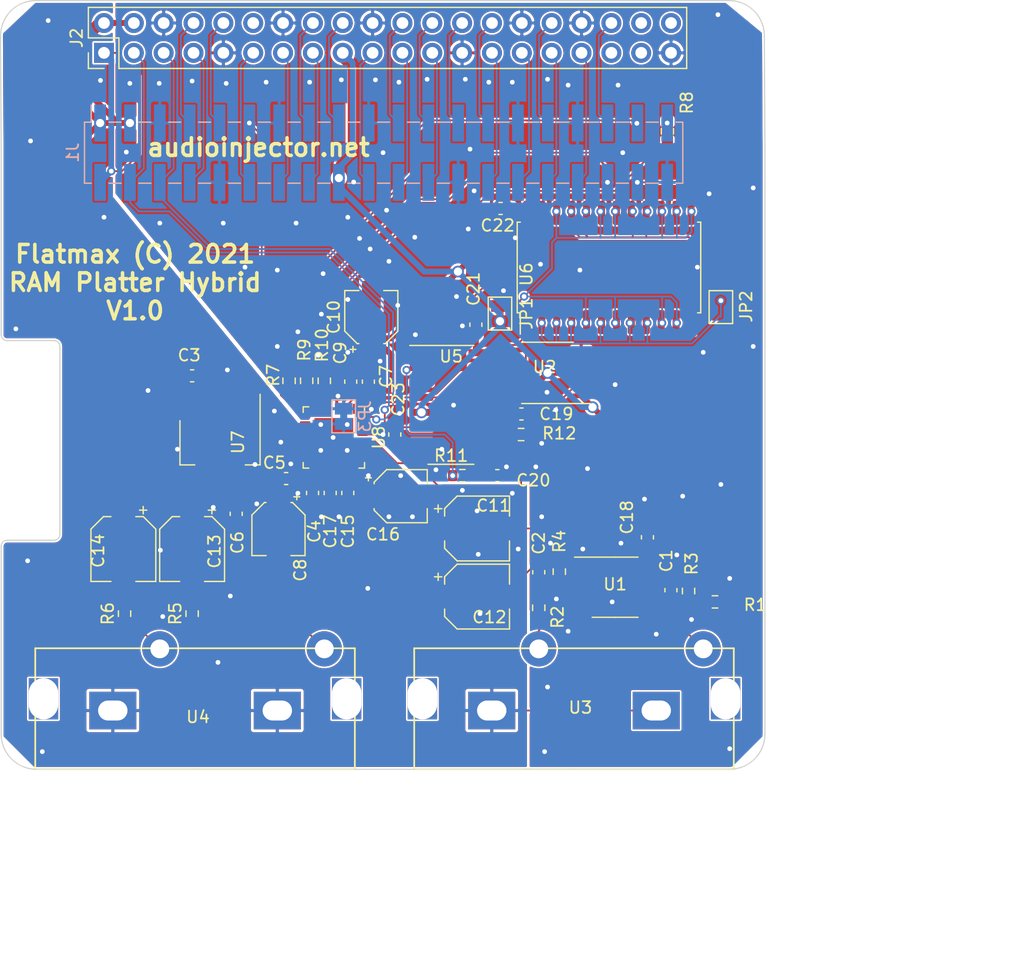
<source format=kicad_pcb>
(kicad_pcb (version 20171130) (host pcbnew 5.1.9+dfsg1-1)
  (title_block (date "15 nov 2012"))
  (layers (0 F.Cu signal) (31 B.Cu signal) (34 B.Paste user) (35 F.Paste user) (36 B.SilkS user) (37 F.SilkS user) (38 B.Mask user) (39 F.Mask user) (44 Edge.Cuts user))
  (net 0 "")
  (net 1 +3V3)
  (net 2 +5V)
  (net 3 GND)
  (net 4 GNDA)
  (net 5 "Net-(C15-Pad1)")
  (net 6 "Net-(C17-Pad1)")
  (net 7 /LRCAOut)
  (net 8 /RRCAOut)
  (net 9 "Net-(R7-Pad1)")
  (net 10 "Net-(R8-Pad1)")
  (net 11 "Net-(R9-Pad1)")
  (net 12 "Net-(R10-Pad1)")
  (net 13 /SDA)
  (net 14 /SCL)
  (net 15 /I2S_BCLK)
  (net 16 /I2S_LRCLK)
  (net 17 /I2S_ADC)
  (net 18 /I2S_DAC)
  (net 19 "Net-(C1-Pad2)")
  (net 20 /Lin)
  (net 21 /Rin)
  (net 22 "Net-(C2-Pad2)")
  (net 23 /LRCAIn)
  (net 24 /RRCAIn)
  (net 25 "Net-(C20-Pad2)")
  (net 26 "Net-(C23-Pad1)")
  (net 27 "Net-(C23-Pad2)")
  (net 28 /direction)
  (net 29 /HIGH)
  (net 30 /LOW)
  (net 31 "Net-(R11-Pad1)")
  (net 32 "Net-(R12-Pad1)")
  (net 33 /MCLKo1200)
  (net 34 /MCLK)
  (net 35 "Net-(U2-Pad12)")
  (net 36 /MCLKo2)
  (net 37 "Net-(C11-Pad1)")
  (net 38 "Net-(C12-Pad1)")
  (net 39 "Net-(C13-Pad2)")
  (net 40 "Net-(C13-Pad1)")
  (net 41 "Net-(C14-Pad1)")
  (net 42 "Net-(C14-Pad2)")
  (net 43 /AVDD)
  (net 44 "Net-(J1-Pad1)")
  (net 45 "Net-(J1-Pad7)")
  (net 46 "Net-(J1-Pad8)")
  (net 47 "Net-(J1-Pad10)")
  (net 48 "Net-(J1-Pad11)")
  (net 49 "Net-(J1-Pad13)")
  (net 50 "Net-(J1-Pad15)")
  (net 51 "Net-(J1-Pad16)")
  (net 52 "Net-(J1-Pad18)")
  (net 53 "Net-(J1-Pad19)")
  (net 54 "Net-(J1-Pad21)")
  (net 55 "Net-(J1-Pad22)")
  (net 56 "Net-(J1-Pad23)")
  (net 57 "Net-(J1-Pad24)")
  (net 58 "Net-(J1-Pad26)")
  (net 59 "Net-(J1-Pad27)")
  (net 60 "Net-(J1-Pad28)")
  (net 61 "Net-(J1-Pad29)")
  (net 62 "Net-(J1-Pad31)")
  (net 63 "Net-(J1-Pad32)")
  (net 64 "Net-(J1-Pad33)")
  (net 65 "Net-(J1-Pad36)")
  (module AV2-8:AV2-8.4-10 (layer F.Cu) (at 216.5 150)
    (fp_text reference U4 (at 0.25 -4.45) (layer F.SilkS))
    (fp_text value AV2-8.4-10)
    (pad 1 thru_hole rect (at 7 -5) (size 4 3.2) (drill oval 2.5 1.7) (layers *.Cu *.Mask) (net 4 GNDA))
    (pad 3 thru_hole rect (at -7 -5) (size 4 3.2) (drill oval 2.5 1.7) (layers *.Cu *.Mask) (net 4 GNDA))
    (pad 2 thru_hole circle (at 11 -10.25) (size 3 3) (drill 1.6) (layers *.Cu *.Mask) (net 7 /LRCAOut))
    (pad 4 thru_hole circle (at -3 -10.25) (size 3 3) (drill 1.6) (layers *.Cu *.Mask) (net 8 /RRCAOut))
    (pad "" np_thru_hole rect (at 12.9 -6) (size 2.5 3.5) (drill oval 2.5 3.5) (layers *.Cu))
    (pad "" np_thru_hole rect (at -12.9 -6) (size 2.5 3.5) (drill oval 2.5 3.5) (layers *.Cu))
  )
  (module 40pin.SMD.rev:02x20.SMD.pinLocsRev (layer B.Cu) (at 232.55 97.5 270)
    (fp_text reference J1 (at 0 26.46 90) (layer B.SilkS) (effects (justify mirror)))
    (fp_text value Raspberry_Pi_2_3)
    (pad 1 smd rect (at 2.525 24.13 270) (size 3.15 1) (layers B.Cu B.Paste B.Mask) (net 44 "Net-(J1-Pad1)"))
    (pad 2 smd rect (at -2.525 24.13 270) (size 3.15 1) (layers B.Cu B.Paste B.Mask) (net 2 +5V))
    (pad 3 smd rect (at 2.525 21.59 270) (size 3.15 1) (layers B.Cu B.Paste B.Mask) (net 13 /SDA))
    (pad 4 smd rect (at -2.525 21.59 270) (size 3.15 1) (layers B.Cu B.Paste B.Mask) (net 2 +5V))
    (pad 5 smd rect (at 2.525 19.05 270) (size 3.15 1) (layers B.Cu B.Paste B.Mask) (net 14 /SCL))
    (pad 6 smd rect (at -2.525 19.05 270) (size 3.15 1) (layers B.Cu B.Paste B.Mask) (net 3 GND))
    (pad 7 smd rect (at 2.525 16.51 270) (size 3.15 1) (layers B.Cu B.Paste B.Mask) (net 45 "Net-(J1-Pad7)"))
    (pad 8 smd rect (at -2.525 16.51 270) (size 3.15 1) (layers B.Cu B.Paste B.Mask) (net 46 "Net-(J1-Pad8)"))
    (pad 9 smd rect (at 2.525 13.97 270) (size 3.15 1) (layers B.Cu B.Paste B.Mask) (net 3 GND))
    (pad 10 smd rect (at -2.525 13.97 270) (size 3.15 1) (layers B.Cu B.Paste B.Mask) (net 47 "Net-(J1-Pad10)"))
    (pad 11 smd rect (at 2.525 11.43 270) (size 3.15 1) (layers B.Cu B.Paste B.Mask) (net 48 "Net-(J1-Pad11)"))
    (pad 12 smd rect (at -2.525 11.43 270) (size 3.15 1) (layers B.Cu B.Paste B.Mask) (net 15 /I2S_BCLK))
    (pad 13 smd rect (at 2.525 8.89 270) (size 3.15 1) (layers B.Cu B.Paste B.Mask) (net 49 "Net-(J1-Pad13)"))
    (pad 14 smd rect (at -2.525 8.89 270) (size 3.15 1) (layers B.Cu B.Paste B.Mask) (net 3 GND))
    (pad 15 smd rect (at 2.525 6.35 270) (size 3.15 1) (layers B.Cu B.Paste B.Mask) (net 50 "Net-(J1-Pad15)"))
    (pad 16 smd rect (at -2.525 6.35 270) (size 3.15 1) (layers B.Cu B.Paste B.Mask) (net 51 "Net-(J1-Pad16)"))
    (pad 17 smd rect (at 2.525 3.81 270) (size 3.15 1) (layers B.Cu B.Paste B.Mask) (net 1 +3V3))
    (pad 18 smd rect (at -2.525 3.81 270) (size 3.15 1) (layers B.Cu B.Paste B.Mask) (net 52 "Net-(J1-Pad18)"))
    (pad 19 smd rect (at 2.525 1.27 270) (size 3.15 1) (layers B.Cu B.Paste B.Mask) (net 53 "Net-(J1-Pad19)"))
    (pad 20 smd rect (at -2.525 1.27 270) (size 3.15 1) (layers B.Cu B.Paste B.Mask) (net 3 GND))
    (pad 21 smd rect (at 2.525 -1.27 270) (size 3.15 1) (layers B.Cu B.Paste B.Mask) (net 54 "Net-(J1-Pad21)"))
    (pad 22 smd rect (at -2.525 -1.27 270) (size 3.15 1) (layers B.Cu B.Paste B.Mask) (net 55 "Net-(J1-Pad22)"))
    (pad 23 smd rect (at 2.525 -3.81 270) (size 3.15 1) (layers B.Cu B.Paste B.Mask) (net 56 "Net-(J1-Pad23)"))
    (pad 24 smd rect (at -2.525 -3.81 270) (size 3.15 1) (layers B.Cu B.Paste B.Mask) (net 57 "Net-(J1-Pad24)"))
    (pad 25 smd rect (at 2.525 -6.35 270) (size 3.15 1) (layers B.Cu B.Paste B.Mask) (net 3 GND))
    (pad 26 smd rect (at -2.525 -6.35 270) (size 3.15 1) (layers B.Cu B.Paste B.Mask) (net 58 "Net-(J1-Pad26)"))
    (pad 27 smd rect (at 2.525 -8.89 270) (size 3.15 1) (layers B.Cu B.Paste B.Mask) (net 59 "Net-(J1-Pad27)"))
    (pad 28 smd rect (at -2.525 -8.89 270) (size 3.15 1) (layers B.Cu B.Paste B.Mask) (net 60 "Net-(J1-Pad28)"))
    (pad 29 smd rect (at 2.525 -11.43 270) (size 3.15 1) (layers B.Cu B.Paste B.Mask) (net 61 "Net-(J1-Pad29)"))
    (pad 30 smd rect (at -2.525 -11.43 270) (size 3.15 1) (layers B.Cu B.Paste B.Mask) (net 3 GND))
    (pad 31 smd rect (at 2.525 -13.97 270) (size 3.15 1) (layers B.Cu B.Paste B.Mask) (net 62 "Net-(J1-Pad31)"))
    (pad 32 smd rect (at -2.525 -13.97 270) (size 3.15 1) (layers B.Cu B.Paste B.Mask) (net 63 "Net-(J1-Pad32)"))
    (pad 33 smd rect (at 2.525 -16.51 270) (size 3.15 1) (layers B.Cu B.Paste B.Mask) (net 64 "Net-(J1-Pad33)"))
    (pad 34 smd rect (at -2.525 -16.51 270) (size 3.15 1) (layers B.Cu B.Paste B.Mask) (net 3 GND))
    (pad 35 smd rect (at 2.525 -19.05 270) (size 3.15 1) (layers B.Cu B.Paste B.Mask) (net 16 /I2S_LRCLK))
    (pad 36 smd rect (at -2.525 -19.05 270) (size 3.15 1) (layers B.Cu B.Paste B.Mask) (net 65 "Net-(J1-Pad36)"))
    (pad 37 smd rect (at 2.525 -21.59 270) (size 3.15 1) (layers B.Cu B.Paste B.Mask) (net 28 /direction))
    (pad 38 smd rect (at -2.525 -21.59 270) (size 3.15 1) (layers B.Cu B.Paste B.Mask) (net 17 /I2S_ADC))
    (pad 39 smd rect (at 2.525 -24.13 270) (size 3.15 1) (layers B.Cu B.Paste B.Mask) (net 3 GND))
    (pad 40 smd rect (at -2.525 -24.13 270) (size 3.15 1) (layers B.Cu B.Paste B.Mask) (net 18 /I2S_DAC))
  )
  (module Package_SO:SOIC-24W_7.5x15.4mm_P1.27mm (layer F.Cu) (at 251.725001 107.274999 90)
    (fp_text reference U6 (at -0.575001 -7.025001 90) (layer F.SilkS))
    (fp_text value CD74HC4059)
    (pad 1 smd roundrect (at -4.65 -6.985 90) (size 2.05 0.6) (layers F.Cu F.Paste F.Mask) (net 36 /MCLKo2))
    (pad 2 smd roundrect (at -4.65 -5.715 90) (size 2.05 0.6) (layers F.Cu F.Paste F.Mask) (net 30 /LOW))
    (pad 3 smd roundrect (at -4.65 -4.445 90) (size 2.05 0.6) (layers F.Cu F.Paste F.Mask) (net 30 /LOW))
    (pad 4 smd roundrect (at -4.65 -3.175 90) (size 2.05 0.6) (layers F.Cu F.Paste F.Mask) (net 30 /LOW))
    (pad 5 smd roundrect (at -4.65 -1.905 90) (size 2.05 0.6) (layers F.Cu F.Paste F.Mask) (net 29 /HIGH))
    (pad 6 smd roundrect (at -4.65 -0.635 90) (size 2.05 0.6) (layers F.Cu F.Paste F.Mask) (net 30 /LOW))
    (pad 7 smd roundrect (at -4.65 0.635 90) (size 2.05 0.6) (layers F.Cu F.Paste F.Mask) (net 29 /HIGH))
    (pad 8 smd roundrect (at -4.65 1.905 90) (size 2.05 0.6) (layers F.Cu F.Paste F.Mask) (net 30 /LOW))
    (pad 9 smd roundrect (at -4.65 3.175 90) (size 2.05 0.6) (layers F.Cu F.Paste F.Mask) (net 30 /LOW))
    (pad 10 smd roundrect (at -4.65 4.445 90) (size 2.05 0.6) (layers F.Cu F.Paste F.Mask) (net 29 /HIGH))
    (pad 11 smd roundrect (at -4.65 5.715 90) (size 2.05 0.6) (layers F.Cu F.Paste F.Mask) (net 29 /HIGH))
    (pad 12 smd roundrect (at -4.65 6.985 90) (size 2.05 0.6) (layers F.Cu F.Paste F.Mask) (net 3 GND))
    (pad 13 smd roundrect (at 4.65 6.985 90) (size 2.05 0.6) (layers F.Cu F.Paste F.Mask) (net 29 /HIGH))
    (pad 14 smd roundrect (at 4.65 5.715 90) (size 2.05 0.6) (layers F.Cu F.Paste F.Mask) (net 29 /HIGH))
    (pad 15 smd roundrect (at 4.65 4.445 90) (size 2.05 0.6) (layers F.Cu F.Paste F.Mask) (net 29 /HIGH))
    (pad 16 smd roundrect (at 4.65 3.175 90) (size 2.05 0.6) (layers F.Cu F.Paste F.Mask) (net 30 /LOW))
    (pad 17 smd roundrect (at 4.65 1.905 90) (size 2.05 0.6) (layers F.Cu F.Paste F.Mask) (net 30 /LOW))
    (pad 18 smd roundrect (at 4.65 0.635 90) (size 2.05 0.6) (layers F.Cu F.Paste F.Mask) (net 29 /HIGH))
    (pad 19 smd roundrect (at 4.65 -0.635 90) (size 2.05 0.6) (layers F.Cu F.Paste F.Mask) (net 29 /HIGH))
    (pad 20 smd roundrect (at 4.65 -1.905 90) (size 2.05 0.6) (layers F.Cu F.Paste F.Mask) (net 30 /LOW))
    (pad 21 smd roundrect (at 4.65 -3.175 90) (size 2.05 0.6) (layers F.Cu F.Paste F.Mask) (net 30 /LOW))
    (pad 22 smd roundrect (at 4.65 -4.445 90) (size 2.05 0.6) (layers F.Cu F.Paste F.Mask) (net 29 /HIGH))
    (pad 23 smd roundrect (at 4.65 -5.715 90) (size 2.05 0.6) (layers F.Cu F.Paste F.Mask) (net 33 /MCLKo1200))
    (pad 24 smd roundrect (at 4.65 -6.985 90) (size 2.05 0.6) (layers F.Cu F.Paste F.Mask) (net 1 +3V3))
  )
  (module Resistor_SMD:R_0603_1608Metric (layer F.Cu) (at 216.25 136.75 90)
    (fp_text reference R5 (at 0 -1.43 90) (layer F.SilkS))
    (fp_text value 100R)
    (pad 1 smd roundrect (at -0.825 0 90) (size 0.8 0.95) (layers F.Cu F.Paste F.Mask) (net 7 /LRCAOut))
    (pad 2 smd roundrect (at 0.825 0 90) (size 0.8 0.95) (layers F.Cu F.Paste F.Mask) (net 39 "Net-(C13-Pad2)"))
  )
  (module Resistor_SMD:R_0603_1608Metric (layer F.Cu) (at 210.5 136.75 90)
    (fp_text reference R6 (at 0 -1.43 90) (layer F.SilkS))
    (fp_text value 100R)
    (pad 2 smd roundrect (at 0.825 0 90) (size 0.8 0.95) (layers F.Cu F.Paste F.Mask) (net 42 "Net-(C14-Pad2)"))
    (pad 1 smd roundrect (at -0.825 0 90) (size 0.8 0.95) (layers F.Cu F.Paste F.Mask) (net 8 /RRCAOut))
  )
  (module Resistor_SMD:R_0603_1608Metric (layer F.Cu) (at 224.5 116.925 90)
    (fp_text reference R7 (at 0.475 -1.35 90) (layer F.SilkS))
    (fp_text value 75R)
    (pad 1 smd roundrect (at -0.825 0 90) (size 0.8 0.95) (layers F.Cu F.Paste F.Mask) (net 9 "Net-(R7-Pad1)"))
    (pad 2 smd roundrect (at 0.825 0 90) (size 0.8 0.95) (layers F.Cu F.Paste F.Mask) (net 17 /I2S_ADC))
  )
  (module Resistor_SMD:R_0603_1608Metric (layer F.Cu) (at 256.7 95.675 90)
    (fp_text reference R8 (at 2.425 1.65 90) (layer F.SilkS))
    (fp_text value 75R)
    (pad 2 smd roundrect (at 0.825 0 90) (size 0.8 0.95) (layers F.Cu F.Paste F.Mask) (net 18 /I2S_DAC))
    (pad 1 smd roundrect (at -0.825 0 90) (size 0.8 0.95) (layers F.Cu F.Paste F.Mask) (net 10 "Net-(R8-Pad1)"))
  )
  (module Resistor_SMD:R_0603_1608Metric (layer F.Cu) (at 226 116.925 90)
    (fp_text reference R9 (at 2.625 -0.2 90) (layer F.SilkS))
    (fp_text value 75R)
    (pad 2 smd roundrect (at 0.825 0 90) (size 0.8 0.95) (layers F.Cu F.Paste F.Mask) (net 16 /I2S_LRCLK))
    (pad 1 smd roundrect (at -0.825 0 90) (size 0.8 0.95) (layers F.Cu F.Paste F.Mask) (net 11 "Net-(R9-Pad1)"))
  )
  (module Resistor_SMD:R_0603_1608Metric (layer F.Cu) (at 227.5 116.925 90)
    (fp_text reference R10 (at 3.025 -0.2 90) (layer F.SilkS))
    (fp_text value 75R)
    (pad 1 smd roundrect (at -0.825 0 90) (size 0.8 0.95) (layers F.Cu F.Paste F.Mask) (net 12 "Net-(R10-Pad1)"))
    (pad 2 smd roundrect (at 0.825 0 90) (size 0.8 0.95) (layers F.Cu F.Paste F.Mask) (net 15 /I2S_BCLK))
  )
  (module Package_TO_SOT_SMD:SOT-223-3_TabPin2 (layer F.Cu) (at 218.624999 122.175001 270)
    (fp_text reference U7 (at -0.025001 -1.525001 90) (layer F.SilkS))
    (fp_text value AP1117-33)
    (pad 2 smd rect (at 3.15 0 270) (size 2 3.8) (layers F.Cu F.Paste F.Mask) (net 43 /AVDD))
    (pad 2 smd rect (at -3.15 0 270) (size 2 1.5) (layers F.Cu F.Paste F.Mask) (net 43 /AVDD))
    (pad 3 smd rect (at -3.15 2.3 270) (size 2 1.5) (layers F.Cu F.Paste F.Mask) (net 2 +5V))
    (pad 1 smd rect (at -3.15 -2.3 270) (size 2 1.5) (layers F.Cu F.Paste F.Mask) (net 4 GNDA))
  )
  (module Package_DFN_QFN:QFN-32-1EP_5x5mm_P0.5mm_EP3.3x3.3mm (layer F.Cu) (at 228.3125 121.75 270)
    (fp_text reference U8 (at 0 -3.82 90) (layer F.SilkS))
    (fp_text value WM8750)
    (pad 1 smd roundrect (at -2.4375 -1.75 270) (size 0.875 0.25) (layers F.Cu F.Paste F.Mask) (net 34 /MCLK))
    (pad 2 smd roundrect (at -2.4375 -1.25 270) (size 0.875 0.25) (layers F.Cu F.Paste F.Mask) (net 1 +3V3))
    (pad 3 smd roundrect (at -2.4375 -0.75 270) (size 0.875 0.25) (layers F.Cu F.Paste F.Mask) (net 1 +3V3))
    (pad 4 smd roundrect (at -2.4375 -0.25 270) (size 0.875 0.25) (layers F.Cu F.Paste F.Mask) (net 3 GND))
    (pad 5 smd roundrect (at -2.4375 0.25 270) (size 0.875 0.25) (layers F.Cu F.Paste F.Mask) (net 12 "Net-(R10-Pad1)"))
    (pad 6 smd roundrect (at -2.4375 0.75 270) (size 0.875 0.25) (layers F.Cu F.Paste F.Mask) (net 10 "Net-(R8-Pad1)"))
    (pad 7 smd roundrect (at -2.4375 1.25 270) (size 0.875 0.25) (layers F.Cu F.Paste F.Mask) (net 11 "Net-(R9-Pad1)"))
    (pad 8 smd roundrect (at -2.4375 1.75 270) (size 0.875 0.25) (layers F.Cu F.Paste F.Mask) (net 9 "Net-(R7-Pad1)"))
    (pad 9 smd roundrect (at -1.75 2.4375 270) (size 0.25 0.875) (layers F.Cu F.Paste F.Mask) (net 11 "Net-(R9-Pad1)"))
    (pad 10 smd roundrect (at -1.25 2.4375 270) (size 0.25 0.875) (layers F.Cu F.Paste F.Mask))
    (pad 11 smd roundrect (at -0.75 2.4375 270) (size 0.25 0.875) (layers F.Cu F.Paste F.Mask))
    (pad 12 smd roundrect (at -0.25 2.4375 270) (size 0.25 0.875) (layers F.Cu F.Paste F.Mask) (net 41 "Net-(C14-Pad1)"))
    (pad 13 smd roundrect (at 0.25 2.4375 270) (size 0.25 0.875) (layers F.Cu F.Paste F.Mask) (net 40 "Net-(C13-Pad1)"))
    (pad 14 smd roundrect (at 0.75 2.4375 270) (size 0.25 0.875) (layers F.Cu F.Paste F.Mask) (net 4 GNDA))
    (pad 15 smd roundrect (at 1.25 2.4375 270) (size 0.25 0.875) (layers F.Cu F.Paste F.Mask))
    (pad 16 smd roundrect (at 1.75 2.4375 270) (size 0.25 0.875) (layers F.Cu F.Paste F.Mask))
    (pad 17 smd roundrect (at 2.4375 1.75 270) (size 0.875 0.25) (layers F.Cu F.Paste F.Mask) (net 43 /AVDD))
    (pad 18 smd roundrect (at 2.4375 1.25 270) (size 0.875 0.25) (layers F.Cu F.Paste F.Mask) (net 43 /AVDD))
    (pad 19 smd roundrect (at 2.4375 0.75 270) (size 0.875 0.25) (layers F.Cu F.Paste F.Mask) (net 4 GNDA))
    (pad 20 smd roundrect (at 2.4375 0.25 270) (size 0.875 0.25) (layers F.Cu F.Paste F.Mask) (net 6 "Net-(C17-Pad1)"))
    (pad 21 smd roundrect (at 2.4375 -0.25 270) (size 0.875 0.25) (layers F.Cu F.Paste F.Mask) (net 5 "Net-(C15-Pad1)"))
    (pad 22 smd roundrect (at 2.4375 -0.75 270) (size 0.875 0.25) (layers F.Cu F.Paste F.Mask))
    (pad 23 smd roundrect (at 2.4375 -1.25 270) (size 0.875 0.25) (layers F.Cu F.Paste F.Mask))
    (pad 24 smd roundrect (at 2.4375 -1.75 270) (size 0.875 0.25) (layers F.Cu F.Paste F.Mask))
    (pad 25 smd roundrect (at 1.75 -2.4375 270) (size 0.25 0.875) (layers F.Cu F.Paste F.Mask))
    (pad 26 smd roundrect (at 1.25 -2.4375 270) (size 0.25 0.875) (layers F.Cu F.Paste F.Mask))
    (pad 27 smd roundrect (at 0.75 -2.4375 270) (size 0.25 0.875) (layers F.Cu F.Paste F.Mask) (net 38 "Net-(C12-Pad1)"))
    (pad 28 smd roundrect (at 0.25 -2.4375 270) (size 0.25 0.875) (layers F.Cu F.Paste F.Mask) (net 37 "Net-(C11-Pad1)"))
    (pad 29 smd roundrect (at -0.25 -2.4375 270) (size 0.25 0.875) (layers F.Cu F.Paste F.Mask) (net 3 GND))
    (pad 30 smd roundrect (at -0.75 -2.4375 270) (size 0.25 0.875) (layers F.Cu F.Paste F.Mask) (net 3 GND))
    (pad 31 smd roundrect (at -1.25 -2.4375 270) (size 0.25 0.875) (layers F.Cu F.Paste F.Mask) (net 13 /SDA))
    (pad 32 smd roundrect (at -1.75 -2.4375 270) (size 0.25 0.875) (layers F.Cu F.Paste F.Mask) (net 14 /SCL))
    (pad 33 smd rect (at 0 0 270) (size 3.3 3.3) (layers F.Cu F.Mask) (net 4 GNDA))
  )
  (module Capacitor_SMD:C_0603_1608Metric (layer F.Cu) (at 257 134.75 270)
    (fp_text reference C1 (at -2.5 0.4 90) (layer F.SilkS))
    (fp_text value 2.5n)
    (pad 2 smd roundrect (at 0.775 0 270) (size 0.9 0.95) (layers F.Cu F.Paste F.Mask) (net 19 "Net-(C1-Pad2)"))
    (pad 1 smd roundrect (at -0.775 0 270) (size 0.9 0.95) (layers F.Cu F.Paste F.Mask) (net 20 /Lin))
  )
  (module Capacitor_SMD:C_0603_1608Metric (layer F.Cu) (at 245.75 133.225 270)
    (fp_text reference C2 (at -2.475 0 90) (layer F.SilkS))
    (fp_text value 2.5n)
    (pad 1 smd roundrect (at -0.775 0 270) (size 0.9 0.95) (layers F.Cu F.Paste F.Mask) (net 21 /Rin))
    (pad 2 smd roundrect (at 0.775 0 270) (size 0.9 0.95) (layers F.Cu F.Paste F.Mask) (net 22 "Net-(C2-Pad2)"))
  )
  (module Capacitor_SMD:C_0603_1608Metric (layer F.Cu) (at 216.25 116.5 180)
    (fp_text reference C3 (at 0.25 1.75) (layer F.SilkS))
    (fp_text value 100n)
    (pad 2 smd roundrect (at 0.775 0 180) (size 0.9 0.95) (layers F.Cu F.Paste F.Mask) (net 4 GNDA))
    (pad 1 smd roundrect (at -0.775 0 180) (size 0.9 0.95) (layers F.Cu F.Paste F.Mask) (net 2 +5V))
  )
  (module Capacitor_SMD:C_0603_1608Metric (layer F.Cu) (at 226.5 126.475 270)
    (fp_text reference C4 (at 3.275 -0.15 90) (layer F.SilkS))
    (fp_text value 100n)
    (pad 1 smd roundrect (at -0.775 0 270) (size 0.9 0.95) (layers F.Cu F.Paste F.Mask) (net 43 /AVDD))
    (pad 2 smd roundrect (at 0.775 0 270) (size 0.9 0.95) (layers F.Cu F.Paste F.Mask) (net 4 GNDA))
  )
  (module Capacitor_SMD:C_0603_1608Metric (layer F.Cu) (at 224.25 125.25 180)
    (fp_text reference C5 (at 1 1.35) (layer F.SilkS))
    (fp_text value 100n)
    (pad 2 smd roundrect (at 0.775 0 180) (size 0.9 0.95) (layers F.Cu F.Paste F.Mask) (net 4 GNDA))
    (pad 1 smd roundrect (at -0.775 0 180) (size 0.9 0.95) (layers F.Cu F.Paste F.Mask) (net 43 /AVDD))
  )
  (module Capacitor_SMD:C_0603_1608Metric (layer F.Cu) (at 220 128.25 270)
    (fp_text reference C6 (at 2.45 -0.1 90) (layer F.SilkS))
    (fp_text value 100n)
    (pad 1 smd roundrect (at -0.775 0 270) (size 0.9 0.95) (layers F.Cu F.Paste F.Mask) (net 43 /AVDD))
    (pad 2 smd roundrect (at 0.775 0 270) (size 0.9 0.95) (layers F.Cu F.Paste F.Mask) (net 4 GNDA))
  )
  (module Capacitor_SMD:C_0603_1608Metric (layer F.Cu) (at 231.25 117 90)
    (fp_text reference C7 (at 0.45 1.5 90) (layer F.SilkS))
    (fp_text value 100n)
    (pad 2 smd roundrect (at 0.775 0 90) (size 0.9 0.95) (layers F.Cu F.Paste F.Mask) (net 3 GND))
    (pad 1 smd roundrect (at -0.775 0 90) (size 0.9 0.95) (layers F.Cu F.Paste F.Mask) (net 1 +3V3))
  )
  (module Capacitor_SMD:C_0603_1608Metric (layer F.Cu) (at 229.75 117 90)
    (fp_text reference C9 (at 2.45 -0.9 90) (layer F.SilkS))
    (fp_text value 100n)
    (pad 1 smd roundrect (at -0.775 0 90) (size 0.9 0.95) (layers F.Cu F.Paste F.Mask) (net 1 +3V3))
    (pad 2 smd roundrect (at 0.775 0 90) (size 0.9 0.95) (layers F.Cu F.Paste F.Mask) (net 3 GND))
  )
  (module Capacitor_SMD:C_0603_1608Metric (layer F.Cu) (at 229.5 126.475 270)
    (fp_text reference C15 (at 3.275 0 90) (layer F.SilkS))
    (fp_text value 100n)
    (pad 1 smd roundrect (at -0.775 0 270) (size 0.9 0.95) (layers F.Cu F.Paste F.Mask) (net 5 "Net-(C15-Pad1)"))
    (pad 2 smd roundrect (at 0.775 0 270) (size 0.9 0.95) (layers F.Cu F.Paste F.Mask) (net 4 GNDA))
  )
  (module Capacitor_SMD:C_0603_1608Metric (layer F.Cu) (at 228 126.475 270)
    (fp_text reference C17 (at 3.275 0 90) (layer F.SilkS))
    (fp_text value 100n)
    (pad 1 smd roundrect (at -0.775 0 270) (size 0.9 0.95) (layers F.Cu F.Paste F.Mask) (net 6 "Net-(C17-Pad1)"))
    (pad 2 smd roundrect (at 0.775 0 270) (size 0.9 0.95) (layers F.Cu F.Paste F.Mask) (net 4 GNDA))
  )
  (module Capacitor_SMD:C_0603_1608Metric (layer F.Cu) (at 255 130.25 270)
    (fp_text reference C18 (at -1.7 1.75 90) (layer F.SilkS))
    (fp_text value 100n)
    (pad 2 smd roundrect (at 0.775 0 270) (size 0.9 0.95) (layers F.Cu F.Paste F.Mask) (net 1 +3V3))
    (pad 1 smd roundrect (at -0.775 0 270) (size 0.9 0.95) (layers F.Cu F.Paste F.Mask) (net 3 GND))
  )
  (module Resistor_SMD:R_0603_1608Metric (layer F.Cu) (at 260.75 135.75 180)
    (fp_text reference R1 (at -3.425 -0.25) (layer F.SilkS))
    (fp_text value 20R)
    (pad 2 smd roundrect (at 0.825 0 180) (size 0.8 0.95) (layers F.Cu F.Paste F.Mask) (net 19 "Net-(C1-Pad2)"))
    (pad 1 smd roundrect (at -0.825 0 180) (size 0.8 0.95) (layers F.Cu F.Paste F.Mask) (net 3 GND))
  )
  (module Resistor_SMD:R_0603_1608Metric (layer F.Cu) (at 245.75 136.25 90)
    (fp_text reference R2 (at -0.8 1.6 90) (layer F.SilkS))
    (fp_text value 20R)
    (pad 1 smd roundrect (at -0.825 0 90) (size 0.8 0.95) (layers F.Cu F.Paste F.Mask) (net 3 GND))
    (pad 2 smd roundrect (at 0.825 0 90) (size 0.8 0.95) (layers F.Cu F.Paste F.Mask) (net 22 "Net-(C2-Pad2)"))
  )
  (module Resistor_SMD:R_0603_1608Metric (layer F.Cu) (at 258.5 134.825 270)
    (fp_text reference R3 (at -2.325 -0.25 90) (layer F.SilkS))
    (fp_text value 10k)
    (pad 1 smd roundrect (at -0.825 0 270) (size 0.8 0.95) (layers F.Cu F.Paste F.Mask) (net 20 /Lin))
    (pad 2 smd roundrect (at 0.825 0 270) (size 0.8 0.95) (layers F.Cu F.Paste F.Mask) (net 19 "Net-(C1-Pad2)"))
  )
  (module Resistor_SMD:R_0603_1608Metric (layer F.Cu) (at 247.5 133.175 270)
    (fp_text reference R4 (at -2.575 0 90) (layer F.SilkS))
    (fp_text value 10k)
    (pad 2 smd roundrect (at 0.825 0 270) (size 0.8 0.95) (layers F.Cu F.Paste F.Mask) (net 22 "Net-(C2-Pad2)"))
    (pad 1 smd roundrect (at -0.825 0 270) (size 0.8 0.95) (layers F.Cu F.Paste F.Mask) (net 21 /Rin))
  )
  (module AV2-8:AV2-8.4-10 (layer F.Cu) (at 248.75 150)
    (fp_text reference U3 (at 0.55 -5.25) (layer F.SilkS))
    (fp_text value AV2-8.4-10)
    (pad 1 thru_hole rect (at 7 -5) (size 4 3.2) (drill oval 2.5 1.7) (layers *.Cu *.Mask) (net 4 GNDA))
    (pad 3 thru_hole rect (at -7 -5) (size 4 3.2) (drill oval 2.5 1.7) (layers *.Cu *.Mask) (net 4 GNDA))
    (pad 2 thru_hole circle (at 11 -10.25) (size 3 3) (drill 1.6) (layers *.Cu *.Mask) (net 23 /LRCAIn))
    (pad 4 thru_hole circle (at -3 -10.25) (size 3 3) (drill 1.6) (layers *.Cu *.Mask) (net 24 /RRCAIn))
    (pad "" np_thru_hole rect (at 12.9 -6) (size 2.5 3.5) (drill oval 2.5 3.5) (layers *.Cu))
    (pad "" np_thru_hole rect (at -12.9 -6) (size 2.5 3.5) (drill oval 2.5 3.5) (layers *.Cu))
  )
  (module Capacitor_SMD:C_0603_1608Metric (layer F.Cu) (at 244.275 119.75)
    (fp_text reference C19 (at 2.975 0) (layer F.SilkS))
    (fp_text value 100n)
    (pad 2 smd roundrect (at 0.775 0) (size 0.9 0.95) (layers F.Cu F.Paste F.Mask) (net 3 GND))
    (pad 1 smd roundrect (at -0.775 0) (size 0.9 0.95) (layers F.Cu F.Paste F.Mask) (net 1 +3V3))
  )
  (module Package_SO:SOP-8_3.9x4.9mm_P1.27mm (layer F.Cu) (at 252.25 134.5)
    (fp_text reference U1 (at 0 -0.25) (layer F.SilkS))
    (fp_text value LM358)
    (pad 1 smd roundrect (at -2.625 -1.905) (size 1.65 0.6) (layers F.Cu F.Paste F.Mask) (net 21 /Rin))
    (pad 2 smd roundrect (at -2.625 -0.635) (size 1.65 0.6) (layers F.Cu F.Paste F.Mask) (net 22 "Net-(C2-Pad2)"))
    (pad 3 smd roundrect (at -2.625 0.635) (size 1.65 0.6) (layers F.Cu F.Paste F.Mask) (net 24 /RRCAIn))
    (pad 4 smd roundrect (at -2.625 1.905) (size 1.65 0.6) (layers F.Cu F.Paste F.Mask) (net 3 GND))
    (pad 5 smd roundrect (at 2.625 1.905) (size 1.65 0.6) (layers F.Cu F.Paste F.Mask) (net 23 /LRCAIn))
    (pad 6 smd roundrect (at 2.625 0.635) (size 1.65 0.6) (layers F.Cu F.Paste F.Mask) (net 19 "Net-(C1-Pad2)"))
    (pad 7 smd roundrect (at 2.625 -0.635) (size 1.65 0.6) (layers F.Cu F.Paste F.Mask) (net 20 /Lin))
    (pad 8 smd roundrect (at 2.625 -1.905) (size 1.65 0.6) (layers F.Cu F.Paste F.Mask) (net 1 +3V3))
  )
  (module Package_SO:TSSOP-14_4.4x5mm_P0.65mm (layer F.Cu) (at 246.5 116.25 180)
    (fp_text reference U2 (at 0.25 0.5) (layer F.SilkS))
    (fp_text value 74LVC74APW)
    (pad 1 smd roundrect (at -2.8625 -1.95 180) (size 1.475 0.4) (layers F.Cu F.Paste F.Mask) (net 1 +3V3))
    (pad 2 smd roundrect (at -2.8625 -1.3 180) (size 1.475 0.4) (layers F.Cu F.Paste F.Mask) (net 20 /Lin))
    (pad 3 smd roundrect (at -2.8625 -0.65 180) (size 1.475 0.4) (layers F.Cu F.Paste F.Mask) (net 21 /Rin))
    (pad 4 smd roundrect (at -2.8625 0 180) (size 1.475 0.4) (layers F.Cu F.Paste F.Mask) (net 1 +3V3))
    (pad 5 smd roundrect (at -2.8625 0.65 180) (size 1.475 0.4) (layers F.Cu F.Paste F.Mask) (net 28 /direction))
    (pad 6 smd roundrect (at -2.8625 1.3 180) (size 1.475 0.4) (layers F.Cu F.Paste F.Mask))
    (pad 7 smd roundrect (at -2.8625 1.95 180) (size 1.475 0.4) (layers F.Cu F.Paste F.Mask) (net 3 GND))
    (pad 8 smd roundrect (at 2.8625 1.95 180) (size 1.475 0.4) (layers F.Cu F.Paste F.Mask) (net 35 "Net-(U2-Pad12)"))
    (pad 9 smd roundrect (at 2.8625 1.3 180) (size 1.475 0.4) (layers F.Cu F.Paste F.Mask) (net 36 /MCLKo2))
    (pad 10 smd roundrect (at 2.8625 0.65 180) (size 1.475 0.4) (layers F.Cu F.Paste F.Mask) (net 1 +3V3))
    (pad 11 smd roundrect (at 2.8625 0 180) (size 1.475 0.4) (layers F.Cu F.Paste F.Mask) (net 34 /MCLK))
    (pad 12 smd roundrect (at 2.8625 -0.65 180) (size 1.475 0.4) (layers F.Cu F.Paste F.Mask) (net 35 "Net-(U2-Pad12)"))
    (pad 13 smd roundrect (at 2.8625 -1.3 180) (size 1.475 0.4) (layers F.Cu F.Paste F.Mask) (net 1 +3V3))
    (pad 14 smd roundrect (at 2.8625 -1.95 180) (size 1.475 0.4) (layers F.Cu F.Paste F.Mask) (net 1 +3V3))
  )
  (module Capacitor_SMD:C_0603_1608Metric (layer F.Cu) (at 242.225 125 180)
    (fp_text reference C20 (at -3.075 -0.4) (layer F.SilkS))
    (fp_text value 2.5n)
    (pad 2 smd roundrect (at 0.775 0 180) (size 0.9 0.95) (layers F.Cu F.Paste F.Mask) (net 25 "Net-(C20-Pad2)"))
    (pad 1 smd roundrect (at -0.775 0 180) (size 0.9 0.95) (layers F.Cu F.Paste F.Mask) (net 3 GND))
  )
  (module Capacitor_SMD:C_0603_1608Metric (layer F.Cu) (at 240.4 112.15 90)
    (fp_text reference C21 (at 3.05 -0.2 90) (layer F.SilkS))
    (fp_text value 100n)
    (pad 1 smd roundrect (at -0.775 0 90) (size 0.9 0.95) (layers F.Cu F.Paste F.Mask) (net 1 +3V3))
    (pad 2 smd roundrect (at 0.775 0 90) (size 0.9 0.95) (layers F.Cu F.Paste F.Mask) (net 3 GND))
  )
  (module Capacitor_SMD:C_0603_1608Metric (layer F.Cu) (at 233.5 121.5 270)
    (fp_text reference C23 (at -3 -0.3 90) (layer F.SilkS))
    (fp_text value 20n)
    (pad 1 smd roundrect (at -0.775 0 270) (size 0.9 0.95) (layers F.Cu F.Paste F.Mask) (net 26 "Net-(C23-Pad1)"))
    (pad 2 smd roundrect (at 0.775 0 270) (size 0.9 0.95) (layers F.Cu F.Paste F.Mask) (net 27 "Net-(C23-Pad2)"))
  )
  (module Resistor_SMD:R_0603_1608Metric (layer F.Cu) (at 239.25 125)
    (fp_text reference R11 (at -0.95 -1.7) (layer F.SilkS))
    (fp_text value 10k)
    (pad 1 smd roundrect (at -0.825 0) (size 0.8 0.95) (layers F.Cu F.Paste F.Mask) (net 31 "Net-(R11-Pad1)"))
    (pad 2 smd roundrect (at 0.825 0) (size 0.8 0.95) (layers F.Cu F.Paste F.Mask) (net 25 "Net-(C20-Pad2)"))
  )
  (module Resistor_SMD:R_0603_1608Metric (layer F.Cu) (at 244.25 121.5)
    (fp_text reference R12 (at 3.25 -0.1) (layer F.SilkS))
    (fp_text value 150k)
    (pad 2 smd roundrect (at 0.825 0) (size 0.8 0.95) (layers F.Cu F.Paste F.Mask) (net 3 GND))
    (pad 1 smd roundrect (at -0.825 0) (size 0.8 0.95) (layers F.Cu F.Paste F.Mask) (net 32 "Net-(R12-Pad1)"))
  )
  (module Package_SO:SOP-16_3.9x9.9mm_P1.27mm (layer F.Cu) (at 238.275001 118.975001)
    (fp_text reference U5 (at 0.024999 -4.125001) (layer F.SilkS))
    (fp_text value HC4046A)
    (pad 1 smd roundrect (at -2.5 -4.445) (size 2 0.6) (layers F.Cu F.Paste F.Mask))
    (pad 2 smd roundrect (at -2.5 -3.175) (size 2 0.6) (layers F.Cu F.Paste F.Mask) (net 31 "Net-(R11-Pad1)"))
    (pad 3 smd roundrect (at -2.5 -1.905) (size 2 0.6) (layers F.Cu F.Paste F.Mask) (net 33 /MCLKo1200))
    (pad 4 smd roundrect (at -2.5 -0.635) (size 2 0.6) (layers F.Cu F.Paste F.Mask) (net 34 /MCLK))
    (pad 5 smd roundrect (at -2.5 0.635) (size 2 0.6) (layers F.Cu F.Paste F.Mask) (net 1 +3V3))
    (pad 6 smd roundrect (at -2.5 1.905) (size 2 0.6) (layers F.Cu F.Paste F.Mask) (net 26 "Net-(C23-Pad1)"))
    (pad 7 smd roundrect (at -2.5 3.175) (size 2 0.6) (layers F.Cu F.Paste F.Mask) (net 27 "Net-(C23-Pad2)"))
    (pad 8 smd roundrect (at -2.5 4.445) (size 2 0.6) (layers F.Cu F.Paste F.Mask) (net 3 GND))
    (pad 9 smd roundrect (at 2.5 4.445) (size 2 0.6) (layers F.Cu F.Paste F.Mask) (net 25 "Net-(C20-Pad2)"))
    (pad 10 smd roundrect (at 2.5 3.175) (size 2 0.6) (layers F.Cu F.Paste F.Mask))
    (pad 11 smd roundrect (at 2.5 1.905) (size 2 0.6) (layers F.Cu F.Paste F.Mask) (net 32 "Net-(R12-Pad1)"))
    (pad 12 smd roundrect (at 2.5 0.635) (size 2 0.6) (layers F.Cu F.Paste F.Mask))
    (pad 13 smd roundrect (at 2.5 -0.635) (size 2 0.6) (layers F.Cu F.Paste F.Mask))
    (pad 14 smd roundrect (at 2.5 -1.905) (size 2 0.6) (layers F.Cu F.Paste F.Mask) (net 20 /Lin))
    (pad 15 smd roundrect (at 2.5 -3.175) (size 2 0.6) (layers F.Cu F.Paste F.Mask))
    (pad 16 smd roundrect (at 2.5 -4.445) (size 2 0.6) (layers F.Cu F.Paste F.Mask) (net 1 +3V3))
  )
  (module Jumper:SolderJumper-2_P1.3mm_Bridged_Pad1.0x1.5mm (layer F.Cu) (at 242.45 111.2 90)
    (fp_text reference JP1 (at 0 2.25 90) (layer F.SilkS))
    (fp_text value SolderJumper_2_Bridged)
    (fp_poly (pts (xy -0.25 -0.3) (xy 0.25 -0.3) (xy 0.25 0.3) (xy -0.25 0.3)) (layer F.Cu) (width 0))
    (pad 2 smd rect (at 0.65 0 90) (size 1 1.5) (layers F.Cu F.Mask) (net 29 /HIGH))
    (pad 1 smd rect (at -0.65 0 90) (size 1 1.5) (layers F.Cu F.Mask) (net 1 +3V3))
  )
  (module Jumper:SolderJumper-2_P1.3mm_Bridged_Pad1.0x1.5mm (layer F.Cu) (at 261.25 110.65 90)
    (fp_text reference JP2 (at 0.05 2.15 90) (layer F.SilkS))
    (fp_text value SolderJumper_2_Bridged)
    (fp_poly (pts (xy -0.25 -0.3) (xy 0.25 -0.3) (xy 0.25 0.3) (xy -0.25 0.3)) (layer F.Cu) (width 0))
    (pad 1 smd rect (at -0.65 0 90) (size 1 1.5) (layers F.Cu F.Mask) (net 3 GND))
    (pad 2 smd rect (at 0.65 0 90) (size 1 1.5) (layers F.Cu F.Mask) (net 30 /LOW))
  )
  (module Capacitor_SMD:C_0603_1608Metric (layer F.Cu) (at 242.5 102.25 180)
    (fp_text reference C22 (at 0.25 -1.45) (layer F.SilkS))
    (fp_text value 100n)
    (pad 1 smd roundrect (at -0.775 0 180) (size 0.9 0.95) (layers F.Cu F.Paste F.Mask) (net 1 +3V3))
    (pad 2 smd roundrect (at 0.775 0 180) (size 0.9 0.95) (layers F.Cu F.Paste F.Mask) (net 3 GND))
  )
  (module Capacitor_SMD:CP_Elec_4x5.3 (layer F.Cu) (at 223.6 129.55 270)
    (fp_text reference C8 (at 3.5 -1.85 90) (layer F.SilkS))
    (fp_text value 10u)
    (pad 1 smd roundrect (at -1.8 0 270) (size 2.6 1.6) (layers F.Cu F.Paste F.Mask) (roundrect_rratio 0.15625) (net 43 /AVDD))
    (pad 2 smd roundrect (at 1.8 0 270) (size 2.6 1.6) (layers F.Cu F.Paste F.Mask) (roundrect_rratio 0.15625) (net 4 GNDA))
  )
  (module Capacitor_SMD:CP_Elec_4x5.3 (layer F.Cu) (at 231.5 111.5 90)
    (fp_text reference C10 (at 0 -3.2 90) (layer F.SilkS))
    (fp_text value 10u)
    (pad 2 smd roundrect (at 1.8 0 90) (size 2.6 1.6) (layers F.Cu F.Paste F.Mask) (roundrect_rratio 0.15625) (net 3 GND))
    (pad 1 smd roundrect (at -1.8 0 90) (size 2.6 1.6) (layers F.Cu F.Paste F.Mask) (roundrect_rratio 0.15625) (net 1 +3V3))
  )
  (module Capacitor_SMD:CP_Elec_4x5.3 (layer F.Cu) (at 234 126.75)
    (fp_text reference C16 (at -1.5 3.25) (layer F.SilkS))
    (fp_text value 10u)
    (pad 1 smd roundrect (at -1.8 0) (size 2.6 1.6) (layers F.Cu F.Paste F.Mask) (roundrect_rratio 0.15625) (net 5 "Net-(C15-Pad1)"))
    (pad 2 smd roundrect (at 1.8 0) (size 2.6 1.6) (layers F.Cu F.Paste F.Mask) (roundrect_rratio 0.15625) (net 4 GNDA))
  )
  (module Jumper:SolderJumper-2_P1.3mm_Bridged_Pad1.0x1.5mm (layer B.Cu) (at 229.15 119.95 90)
    (fp_text reference JP3 (at 0 1.8 90) (layer B.SilkS) (effects (justify mirror)))
    (fp_text value SolderJumper_2_Bridged)
    (fp_poly (pts (xy -0.25 0.3) (xy 0.25 0.3) (xy 0.25 -0.3) (xy -0.25 -0.3)) (layer B.Cu) (width 0))
    (pad 1 smd rect (at -0.65 0 90) (size 1 1.5) (layers B.Cu B.Mask) (net 4 GNDA))
    (pad 2 smd rect (at 0.65 0 90) (size 1 1.5) (layers B.Cu B.Mask) (net 3 GND))
  )
  (module Connector_PinHeader_2.54mm:PinHeader_2x20_P2.54mm_Vertical (layer F.Cu) (at 208.75 89 90)
    (fp_text reference J2 (at 1.27 -2.33 -90) (layer F.SilkS))
    (fp_text value Raspberry_Pi_2_3)
    (pad 1 thru_hole rect (at 0 0 90) (size 1.7 1.7) (drill 1) (layers *.Cu *.Mask) (net 44 "Net-(J1-Pad1)"))
    (pad 2 thru_hole oval (at 2.54 0 90) (size 1.7 1.7) (drill 1) (layers *.Cu *.Mask) (net 2 +5V))
    (pad 3 thru_hole oval (at 0 2.54 90) (size 1.7 1.7) (drill 1) (layers *.Cu *.Mask) (net 13 /SDA))
    (pad 4 thru_hole oval (at 2.54 2.54 90) (size 1.7 1.7) (drill 1) (layers *.Cu *.Mask) (net 2 +5V))
    (pad 5 thru_hole oval (at 0 5.08 90) (size 1.7 1.7) (drill 1) (layers *.Cu *.Mask) (net 14 /SCL))
    (pad 6 thru_hole oval (at 2.54 5.08 90) (size 1.7 1.7) (drill 1) (layers *.Cu *.Mask) (net 3 GND))
    (pad 7 thru_hole oval (at 0 7.62 90) (size 1.7 1.7) (drill 1) (layers *.Cu *.Mask) (net 45 "Net-(J1-Pad7)"))
    (pad 8 thru_hole oval (at 2.54 7.62 90) (size 1.7 1.7) (drill 1) (layers *.Cu *.Mask) (net 46 "Net-(J1-Pad8)"))
    (pad 9 thru_hole oval (at 0 10.16 90) (size 1.7 1.7) (drill 1) (layers *.Cu *.Mask) (net 3 GND))
    (pad 10 thru_hole oval (at 2.54 10.16 90) (size 1.7 1.7) (drill 1) (layers *.Cu *.Mask) (net 47 "Net-(J1-Pad10)"))
    (pad 11 thru_hole oval (at 0 12.7 90) (size 1.7 1.7) (drill 1) (layers *.Cu *.Mask) (net 48 "Net-(J1-Pad11)"))
    (pad 12 thru_hole oval (at 2.54 12.7 90) (size 1.7 1.7) (drill 1) (layers *.Cu *.Mask))
    (pad 13 thru_hole oval (at 0 15.24 90) (size 1.7 1.7) (drill 1) (layers *.Cu *.Mask) (net 49 "Net-(J1-Pad13)"))
    (pad 14 thru_hole oval (at 2.54 15.24 90) (size 1.7 1.7) (drill 1) (layers *.Cu *.Mask) (net 3 GND))
    (pad 15 thru_hole oval (at 0 17.78 90) (size 1.7 1.7) (drill 1) (layers *.Cu *.Mask) (net 50 "Net-(J1-Pad15)"))
    (pad 16 thru_hole oval (at 2.54 17.78 90) (size 1.7 1.7) (drill 1) (layers *.Cu *.Mask) (net 51 "Net-(J1-Pad16)"))
    (pad 17 thru_hole oval (at 0 20.32 90) (size 1.7 1.7) (drill 1) (layers *.Cu *.Mask) (net 1 +3V3))
    (pad 18 thru_hole oval (at 2.54 20.32 90) (size 1.7 1.7) (drill 1) (layers *.Cu *.Mask) (net 52 "Net-(J1-Pad18)"))
    (pad 19 thru_hole oval (at 0 22.86 90) (size 1.7 1.7) (drill 1) (layers *.Cu *.Mask) (net 53 "Net-(J1-Pad19)"))
    (pad 20 thru_hole oval (at 2.54 22.86 90) (size 1.7 1.7) (drill 1) (layers *.Cu *.Mask) (net 3 GND))
    (pad 21 thru_hole oval (at 0 25.4 90) (size 1.7 1.7) (drill 1) (layers *.Cu *.Mask) (net 54 "Net-(J1-Pad21)"))
    (pad 22 thru_hole oval (at 2.54 25.4 90) (size 1.7 1.7) (drill 1) (layers *.Cu *.Mask) (net 55 "Net-(J1-Pad22)"))
    (pad 23 thru_hole oval (at 0 27.94 90) (size 1.7 1.7) (drill 1) (layers *.Cu *.Mask) (net 56 "Net-(J1-Pad23)"))
    (pad 24 thru_hole oval (at 2.54 27.94 90) (size 1.7 1.7) (drill 1) (layers *.Cu *.Mask) (net 57 "Net-(J1-Pad24)"))
    (pad 25 thru_hole oval (at 0 30.48 90) (size 1.7 1.7) (drill 1) (layers *.Cu *.Mask) (net 3 GND))
    (pad 26 thru_hole oval (at 2.54 30.48 90) (size 1.7 1.7) (drill 1) (layers *.Cu *.Mask) (net 58 "Net-(J1-Pad26)"))
    (pad 27 thru_hole oval (at 0 33.02 90) (size 1.7 1.7) (drill 1) (layers *.Cu *.Mask) (net 59 "Net-(J1-Pad27)"))
    (pad 28 thru_hole oval (at 2.54 33.02 90) (size 1.7 1.7) (drill 1) (layers *.Cu *.Mask) (net 60 "Net-(J1-Pad28)"))
    (pad 29 thru_hole oval (at 0 35.56 90) (size 1.7 1.7) (drill 1) (layers *.Cu *.Mask) (net 61 "Net-(J1-Pad29)"))
    (pad 30 thru_hole oval (at 2.54 35.56 90) (size 1.7 1.7) (drill 1) (layers *.Cu *.Mask) (net 3 GND))
    (pad 31 thru_hole oval (at 0 38.1 90) (size 1.7 1.7) (drill 1) (layers *.Cu *.Mask) (net 62 "Net-(J1-Pad31)"))
    (pad 32 thru_hole oval (at 2.54 38.1 90) (size 1.7 1.7) (drill 1) (layers *.Cu *.Mask) (net 63 "Net-(J1-Pad32)"))
    (pad 33 thru_hole oval (at 0 40.64 90) (size 1.7 1.7) (drill 1) (layers *.Cu *.Mask) (net 64 "Net-(J1-Pad33)"))
    (pad 34 thru_hole oval (at 2.54 40.64 90) (size 1.7 1.7) (drill 1) (layers *.Cu *.Mask) (net 3 GND))
    (pad 35 thru_hole oval (at 0 43.18 90) (size 1.7 1.7) (drill 1) (layers *.Cu *.Mask))
    (pad 36 thru_hole oval (at 2.54 43.18 90) (size 1.7 1.7) (drill 1) (layers *.Cu *.Mask) (net 65 "Net-(J1-Pad36)"))
    (pad 37 thru_hole oval (at 0 45.72 90) (size 1.7 1.7) (drill 1) (layers *.Cu *.Mask))
    (pad 38 thru_hole oval (at 2.54 45.72 90) (size 1.7 1.7) (drill 1) (layers *.Cu *.Mask))
    (pad 39 thru_hole oval (at 0 48.26 90) (size 1.7 1.7) (drill 1) (layers *.Cu *.Mask) (net 3 GND))
    (pad 40 thru_hole oval (at 2.54 48.26 90) (size 1.7 1.7) (drill 1) (layers *.Cu *.Mask))
  )
  (module Capacitor_SMD:CP_Elec_5x5.3 (layer F.Cu) (at 240.5 129.5)
    (fp_text reference C11 (at 1.4 -1.95) (layer F.SilkS))
    (fp_text value "1u NP")
    (pad 1 smd roundrect (at -2.2 0) (size 3 1.6) (layers F.Cu F.Paste F.Mask) (roundrect_rratio 0.15625) (net 37 "Net-(C11-Pad1)"))
    (pad 2 smd roundrect (at 2.2 0) (size 3 1.6) (layers F.Cu F.Paste F.Mask) (roundrect_rratio 0.15625) (net 20 /Lin))
  )
  (module Capacitor_SMD:CP_Elec_5x5.3 (layer F.Cu) (at 240.5 135.3)
    (fp_text reference C12 (at 1.05 1.75) (layer F.SilkS))
    (fp_text value "1u NP")
    (pad 2 smd roundrect (at 2.2 0) (size 3 1.6) (layers F.Cu F.Paste F.Mask) (roundrect_rratio 0.15625) (net 21 /Rin))
    (pad 1 smd roundrect (at -2.2 0) (size 3 1.6) (layers F.Cu F.Paste F.Mask) (roundrect_rratio 0.15625) (net 38 "Net-(C12-Pad1)"))
  )
  (module Capacitor_SMD:CP_Elec_5x5.3 (layer F.Cu) (at 216.25 131.25 270)
    (fp_text reference C13 (at 0.2 -1.9 90) (layer F.SilkS))
    (fp_text value "1u NP")
    (pad 1 smd roundrect (at -2.2 0 270) (size 3 1.6) (layers F.Cu F.Paste F.Mask) (roundrect_rratio 0.15625) (net 40 "Net-(C13-Pad1)"))
    (pad 2 smd roundrect (at 2.2 0 270) (size 3 1.6) (layers F.Cu F.Paste F.Mask) (roundrect_rratio 0.15625) (net 39 "Net-(C13-Pad2)"))
  )
  (module Capacitor_SMD:CP_Elec_5x5.3 (layer F.Cu) (at 210.4 131.25 270)
    (fp_text reference C14 (at 0.15 2.15 90) (layer F.SilkS))
    (fp_text value "1u NP")
    (pad 2 smd roundrect (at 2.2 0 270) (size 3 1.6) (layers F.Cu F.Paste F.Mask) (roundrect_rratio 0.15625) (net 42 "Net-(C14-Pad2)"))
    (pad 1 smd roundrect (at -2.2 0 270) (size 3 1.6) (layers F.Cu F.Paste F.Mask) (roundrect_rratio 0.15625) (net 41 "Net-(C14-Pad1)"))
  )
  (gr_text audioinjector.net (at 221.9 97.05) (layer F.SilkS) (effects (font (size 1.5 1.5) (thickness 0.3))))
  (gr_text "Flatmax (C) 2021\nRAM Platter Hybrid\nV1.0" (at 211.4 108.55) (layer F.SilkS) (effects (font (size 1.5 1.5) (thickness 0.3))))
  (gr_line (start 200 97) (end 199.95 87.55) (layer Edge.Cuts) (width 0.1))
  (gr_line (start 265 97) (end 264.95 87.55) (layer Edge.Cuts) (width 0.1))
  (gr_arc (start 200.5 131) (end 200 131) (angle 89.9) (layer Edge.Cuts) (width 0.1))
  (gr_arc (start 204.5 130) (end 205 130) (angle 90) (layer Edge.Cuts) (width 0.1))
  (gr_arc (start 200.5 113) (end 200.5 113.5) (angle 90) (layer Edge.Cuts) (width 0.1))
  (gr_arc (start 204.5 114) (end 204.5 113.5) (angle 90) (layer Edge.Cuts) (width 0.1))
  (gr_line (start 200 97) (end 200 113) (layer Edge.Cuts) (width 0.1))
  (gr_arc (start 261.95 87.55) (end 261.95 84.55) (angle 90) (layer Edge.Cuts) (width 0.1))
  (gr_arc (start 262 147) (end 265 147) (angle 90) (layer Edge.Cuts) (width 0.1))
  (gr_arc (start 203 147) (end 203 150) (angle 90) (layer Edge.Cuts) (width 0.1))
  (gr_arc (start 202.95 87.55) (end 199.95 87.55) (angle 90) (layer Edge.Cuts) (width 0.1))
  (gr_line (start 261.95 84.55) (end 202.95 84.55) (layer Edge.Cuts) (width 0.1))
  (gr_line (start 204.5 130.5) (end 200.5 130.5) (layer Edge.Cuts) (width 0.1))
  (gr_line (start 205 114) (end 205 130) (layer Edge.Cuts) (width 0.1))
  (gr_line (start 200.5 113.5) (end 204.5 113.5) (layer Edge.Cuts) (width 0.1))
  (gr_line (start 265 147) (end 265 97) (layer Edge.Cuts) (width 0.1))
  (gr_line (start 203 150) (end 262 150) (layer Edge.Cuts) (width 0.1))
  (gr_line (start 200 131) (end 200 147) (layer Edge.Cuts) (width 0.1))
  (segment (start 229.5625 118.875) (end 229.9375 118.5) (width 0.15) (layer F.Cu) (net 1))
  (segment (start 229.5625 119.3125) (end 229.5625 118.875) (width 0.15) (layer F.Cu) (net 1))
  (segment (start 230.525 118.5) (end 231.25 117.775) (width 0.15) (layer F.Cu) (net 1))
  (segment (start 229.9375 118.5) (end 230.525 118.5) (width 0.15) (layer F.Cu) (net 1))
  (segment (start 243.5 118.3375) (end 243.6375 118.2) (width 0.15) (layer F.Cu) (net 1))
  (segment (start 243.5 119.75) (end 243.5 118.3375) (width 0.15) (layer F.Cu) (net 1))
  (segment (start 243.6375 117.55) (end 243.6375 118.2) (width 0.15) (layer F.Cu) (net 1))
  (segment (start 233.209002 117.775) (end 231.25 117.775) (width 0.5) (layer F.Cu) (net 1))
  (segment (start 229.75 117.775) (end 231.25 117.775) (width 0.15) (layer F.Cu) (net 1))
  (segment (start 231.5 113.3) (end 232.45 114.25) (width 0.5) (layer F.Cu) (net 1))
  (segment (start 232.45 114.25) (end 232.75 114.25) (width 0.5) (layer F.Cu) (net 1))
  (segment (start 233.209002 114.709002) (end 233.209002 117.775) (width 0.5) (layer F.Cu) (net 1))
  (segment (start 232.75 114.25) (end 233.209002 114.709002) (width 0.5) (layer F.Cu) (net 1))
  (segment (start 229.75 118.15) (end 229.75 117.775) (width 0.15) (layer F.Cu) (net 1))
  (segment (start 229.0625 118.8375) (end 229.75 118.15) (width 0.15) (layer F.Cu) (net 1))
  (segment (start 229.0625 119.3125) (end 229.0625 118.8375) (width 0.15) (layer F.Cu) (net 1))
  (segment (start 242.772166 115.6) (end 243.6375 115.6) (width 0.5) (layer F.Cu) (net 1))
  (segment (start 241.702167 114.530001) (end 242.772166 115.6) (width 0.5) (layer F.Cu) (net 1))
  (segment (start 240.775001 114.530001) (end 241.702167 114.530001) (width 0.5) (layer F.Cu) (net 1))
  (segment (start 243.649999 102.624999) (end 243.275 102.25) (width 0.5) (layer F.Cu) (net 1))
  (segment (start 240.4 114.155) (end 240.775001 114.530001) (width 0.5) (layer F.Cu) (net 1))
  (segment (start 240.4 112.925) (end 240.4 114.155) (width 0.5) (layer F.Cu) (net 1))
  (segment (start 241.475 111.85) (end 240.4 112.925) (width 0.5) (layer F.Cu) (net 1))
  (segment (start 242.45 111.85) (end 241.475 111.85) (width 0.5) (layer F.Cu) (net 1))
  (segment (start 243.874999 102.624999) (end 243.649999 102.624999) (width 0.5) (layer F.Cu) (net 1))
  (segment (start 231.5 113.3) (end 233.199998 113.3) (width 0.5) (layer F.Cu) (net 1))
  (segment (start 244.740001 102.624999) (end 243.874999 102.624999) (width 0.5) (layer F.Cu) (net 1))
  (via (at 242.45 111.85) (size 1) (drill 0.7) (layers F.Cu B.Cu) (net 1))
  (via (at 238.874999 107.624999) (size 1) (drill 0.7) (layers F.Cu B.Cu) (net 1))
  (segment (start 242.45 111.2) (end 238.874999 107.624999) (width 0.5) (layer B.Cu) (net 1))
  (segment (start 238.874999 107.624999) (end 243.874999 102.624999) (width 0.5) (layer F.Cu) (net 1))
  (segment (start 242.45 111.85) (end 242.45 111.2) (width 0.5) (layer B.Cu) (net 1))
  (segment (start 233.199998 113.3) (end 238.874999 107.624999) (width 0.5) (layer F.Cu) (net 1))
  (segment (start 242.45 111.85) (end 242.45 112.2) (width 0.5) (layer B.Cu) (net 1))
  (via (at 246.5 116.25) (size 1) (drill 0.7) (layers F.Cu B.Cu) (net 1))
  (segment (start 242.45 112.2) (end 246.5 116.25) (width 0.5) (layer B.Cu) (net 1))
  (segment (start 245.2 117.55) (end 243.6375 117.55) (width 0.5) (layer F.Cu) (net 1))
  (segment (start 246.5 116.25) (end 245.2 117.55) (width 0.5) (layer F.Cu) (net 1))
  (segment (start 246.5 116.25) (end 249.3625 116.25) (width 0.5) (layer F.Cu) (net 1))
  (segment (start 254.875 131.175) (end 255.05 131) (width 0.5) (layer F.Cu) (net 1))
  (segment (start 254.875 132.595) (end 254.875 131.175) (width 0.5) (layer F.Cu) (net 1))
  (segment (start 255.92501 124.76251) (end 249.3625 118.2) (width 0.5) (layer F.Cu) (net 1))
  (segment (start 255.92501 130.09999) (end 255.92501 124.76251) (width 0.5) (layer F.Cu) (net 1))
  (segment (start 255 131.025) (end 255.92501 130.09999) (width 0.5) (layer F.Cu) (net 1))
  (via (at 250.33125 119.16875) (size 1) (drill 0.7) (layers F.Cu B.Cu) (net 1))
  (segment (start 246.5 116.25) (end 249.41875 119.16875) (width 0.5) (layer B.Cu) (net 1))
  (segment (start 249.41875 119.16875) (end 250.33125 119.16875) (width 0.5) (layer B.Cu) (net 1))
  (segment (start 242.45 111.85) (end 242.45 112.3) (width 0.5) (layer B.Cu) (net 1))
  (via (at 235.775001 119.610001) (size 1) (drill 0.7) (layers F.Cu B.Cu) (net 1))
  (segment (start 235.775001 118.974999) (end 235.775001 119.610001) (width 0.5) (layer B.Cu) (net 1))
  (segment (start 242.45 112.3) (end 235.775001 118.974999) (width 0.5) (layer B.Cu) (net 1))
  (segment (start 228.74 100.370002) (end 228.74 100.025) (width 0.5) (layer B.Cu) (net 1))
  (segment (start 235.994997 107.624999) (end 228.74 100.370002) (width 0.5) (layer B.Cu) (net 1))
  (segment (start 238.874999 107.624999) (end 235.994997 107.624999) (width 0.5) (layer B.Cu) (net 1))
  (via (at 228.74 99.66) (size 1) (drill 0.7) (layers F.Cu B.Cu) (net 1))
  (segment (start 228.74 100.025) (end 228.74 99.66) (width 0.5) (layer B.Cu) (net 1))
  (segment (start 228.74 99.66) (end 228.74 98.46) (width 0.5) (layer F.Cu) (net 1))
  (segment (start 229.750001 97.449999) (end 229.750001 90.349999) (width 0.5) (layer F.Cu) (net 1))
  (segment (start 228.74 98.46) (end 229.750001 97.449999) (width 0.5) (layer F.Cu) (net 1))
  (segment (start 229.07 89.669998) (end 229.07 89) (width 0.5) (layer F.Cu) (net 1))
  (segment (start 229.750001 90.349999) (end 229.07 89.669998) (width 0.5) (layer F.Cu) (net 1))
  (segment (start 229.919999 97.580001) (end 228.74 98.76) (width 0.5) (layer B.Cu) (net 1))
  (segment (start 229.919999 89.849999) (end 229.919999 97.580001) (width 0.5) (layer B.Cu) (net 1))
  (segment (start 229.07 89) (end 229.919999 89.849999) (width 0.5) (layer B.Cu) (net 1))
  (segment (start 216.324999 117.200001) (end 217.025 116.5) (width 0.5) (layer F.Cu) (net 2))
  (segment (start 216.324999 119.025001) (end 216.324999 117.200001) (width 0.5) (layer F.Cu) (net 2))
  (segment (start 207.099999 96.295001) (end 208.42 94.975) (width 0.5) (layer F.Cu) (net 2))
  (segment (start 207.099999 106.574999) (end 207.099999 96.295001) (width 0.5) (layer F.Cu) (net 2))
  (segment (start 217.025 116.5) (end 207.099999 106.574999) (width 0.5) (layer F.Cu) (net 2))
  (via (at 208.42 94.975) (size 1) (drill 0.7) (layers F.Cu B.Cu) (net 2))
  (segment (start 208.42 94.975) (end 210.975 94.975) (width 0.5) (layer F.Cu) (net 2))
  (via (at 210.96 94.975) (size 1) (drill 0.7) (layers F.Cu B.Cu) (net 2))
  (segment (start 210.975 94.975) (end 210.96 94.975) (width 0.5) (layer F.Cu) (net 2))
  (segment (start 207.449999 87.760001) (end 208.75 86.46) (width 0.5) (layer F.Cu) (net 2))
  (segment (start 211.29 86.46) (end 208.75 86.46) (width 0.5) (layer F.Cu) (net 2))
  (segment (start 207.449999 92.464999) (end 207.449999 87.760001) (width 0.5) (layer F.Cu) (net 2))
  (segment (start 209.96 94.975) (end 207.449999 92.464999) (width 0.5) (layer F.Cu) (net 2))
  (segment (start 210.96 94.975) (end 209.96 94.975) (width 0.5) (layer F.Cu) (net 2))
  (segment (start 207 87.760001) (end 207.449999 87.760001) (width 0.5) (layer F.Cu) (net 2))
  (segment (start 207 93.555) (end 207 87.760001) (width 0.5) (layer F.Cu) (net 2))
  (segment (start 208.42 94.975) (end 207 93.555) (width 0.5) (layer F.Cu) (net 2))
  (segment (start 211.29 86.46) (end 208.04 86.46) (width 0.5) (layer F.Cu) (net 2))
  (segment (start 208.04 86.46) (end 207 87.5) (width 0.5) (layer F.Cu) (net 2))
  (via (at 228.664417 118.224379) (size 0.7) (drill 0.4) (layers F.Cu B.Cu) (net 3))
  (segment (start 228.5625 118.326296) (end 228.664417 118.224379) (width 0.15) (layer F.Cu) (net 3))
  (segment (start 228.5625 119.3125) (end 228.5625 118.326296) (width 0.15) (layer F.Cu) (net 3))
  (segment (start 231.25 116.225) (end 229.75 116.225) (width 0.15) (layer F.Cu) (net 3))
  (segment (start 228.664417 117.310583) (end 228.664417 118.224379) (width 0.15) (layer F.Cu) (net 3))
  (segment (start 229.75 116.225) (end 228.664417 117.310583) (width 0.15) (layer F.Cu) (net 3))
  (segment (start 229.15 118.709962) (end 228.664417 118.224379) (width 0.15) (layer B.Cu) (net 3))
  (segment (start 229.15 119.3) (end 229.15 118.709962) (width 0.15) (layer B.Cu) (net 3))
  (segment (start 230.75 121) (end 230.75 121.5) (width 0.15) (layer F.Cu) (net 3))
  (via (at 246 122.25) (size 0.7) (drill 0.4) (layers F.Cu B.Cu) (net 3))
  (segment (start 245.25 121.5) (end 246 122.25) (width 0.15) (layer F.Cu) (net 3))
  (segment (start 245.075 121.5) (end 245.25 121.5) (width 0.15) (layer F.Cu) (net 3))
  (via (at 243 124.25) (size 0.7) (drill 0.4) (layers F.Cu B.Cu) (net 3))
  (segment (start 243 125) (end 243 124.25) (width 0.15) (layer F.Cu) (net 3))
  (via (at 238.5 119) (size 0.7) (drill 0.4) (layers F.Cu B.Cu) (net 3))
  (via (at 237.5 122.75) (size 0.7) (drill 0.4) (layers F.Cu B.Cu) (net 3))
  (via (at 229.5 110) (size 0.7) (drill 0.4) (layers F.Cu B.Cu) (net 3))
  (via (at 229.5 114.5) (size 0.7) (drill 0.4) (layers F.Cu B.Cu) (net 3))
  (via (at 232.25 115.25) (size 0.7) (drill 0.4) (layers F.Cu B.Cu) (net 3))
  (via (at 233.75 110.5) (size 0.7) (drill 0.4) (layers F.Cu B.Cu) (net 3))
  (via (at 233 106.75) (size 0.7) (drill 0.4) (layers F.Cu B.Cu) (net 3))
  (via (at 239.75 104) (size 0.7) (drill 0.4) (layers F.Cu B.Cu) (net 3))
  (via (at 242.75 109.25) (size 0.7) (drill 0.4) (layers F.Cu B.Cu) (net 3))
  (via (at 239.25 112.25) (size 0.7) (drill 0.4) (layers F.Cu B.Cu) (net 3))
  (via (at 246.75 130.75) (size 0.7) (drill 0.4) (layers F.Cu B.Cu) (net 3))
  (via (at 249.5 131.25) (size 0.7) (drill 0.4) (layers F.Cu B.Cu) (net 3))
  (via (at 257.5 131.75) (size 0.7) (drill 0.4) (layers F.Cu B.Cu) (net 3))
  (via (at 258 126.75) (size 0.7) (drill 0.4) (layers F.Cu B.Cu) (net 3))
  (via (at 254.75 127) (size 0.7) (drill 0.4) (layers F.Cu B.Cu) (net 3))
  (via (at 252.75 130.75) (size 0.7) (drill 0.4) (layers F.Cu B.Cu) (net 3))
  (via (at 252.25 117.25) (size 0.7) (drill 0.4) (layers F.Cu B.Cu) (net 3))
  (via (at 259.75 114.5) (size 0.7) (drill 0.4) (layers F.Cu B.Cu) (net 3))
  (via (at 260.25 101) (size 0.7) (drill 0.4) (layers F.Cu B.Cu) (net 3))
  (via (at 264 114) (size 0.7) (drill 0.4) (layers F.Cu B.Cu) (net 3))
  (via (at 264 100.5) (size 0.7) (drill 0.4) (layers F.Cu B.Cu) (net 3))
  (via (at 237 124.5) (size 0.7) (drill 0.4) (layers F.Cu B.Cu) (net 3))
  (via (at 213.5 103.5) (size 0.7) (drill 0.4) (layers F.Cu B.Cu) (net 3))
  (via (at 223.5 114) (size 0.7) (drill 0.4) (layers F.Cu B.Cu) (net 3))
  (via (at 223.5 107.5) (size 0.7) (drill 0.4) (layers F.Cu B.Cu) (net 3))
  (via (at 220.75 107.25) (size 0.7) (drill 0.4) (layers F.Cu B.Cu) (net 3))
  (segment (start 230.75 121) (end 231 121.25) (width 0.15) (layer F.Cu) (net 3))
  (via (at 232.5 121.5) (size 0.7) (drill 0.4) (layers F.Cu B.Cu) (net 3))
  (segment (start 232.25 121.25) (end 232.5 121.5) (width 0.15) (layer F.Cu) (net 3))
  (segment (start 231 121.25) (end 232.25 121.25) (width 0.15) (layer F.Cu) (net 3))
  (segment (start 230.75 121.5) (end 232 121.5) (width 0.15) (layer F.Cu) (net 3))
  (via (at 247.25 135.5) (size 0.7) (drill 0.4) (layers F.Cu B.Cu) (net 3))
  (via (at 252 135.75) (size 0.7) (drill 0.4) (layers F.Cu B.Cu) (net 3))
  (via (at 248.25 138.25) (size 0.7) (drill 0.4) (layers F.Cu B.Cu) (net 3))
  (via (at 255.75 138.5) (size 0.7) (drill 0.4) (layers F.Cu B.Cu) (net 3))
  (via (at 258.75 137.25) (size 0.7) (drill 0.4) (layers F.Cu B.Cu) (net 3))
  (via (at 262 133.75) (size 0.7) (drill 0.4) (layers F.Cu B.Cu) (net 3))
  (via (at 261.25 125.75) (size 0.7) (drill 0.4) (layers F.Cu B.Cu) (net 3))
  (via (at 247.2 119.4) (size 0.7) (drill 0.4) (layers F.Cu B.Cu) (net 3))
  (via (at 246 128.5) (size 0.7) (drill 0.4) (layers F.Cu B.Cu) (net 3))
  (via (at 245.5 124.25) (size 0.7) (drill 0.4) (layers F.Cu B.Cu) (net 3))
  (via (at 246.25 148.5) (size 0.7) (drill 0.4) (layers F.Cu B.Cu) (net 3))
  (via (at 246.5 143) (size 0.7) (drill 0.4) (layers F.Cu B.Cu) (net 3))
  (via (at 262 148.25) (size 0.7) (drill 0.4) (layers F.Cu B.Cu) (net 3))
  (via (at 249.25 107.5) (size 0.7) (drill 0.4) (layers F.Cu B.Cu) (net 3))
  (via (at 259.25 107.25) (size 0.7) (drill 0.4) (layers F.Cu B.Cu) (net 3))
  (via (at 240.25 100.75) (size 0.7) (drill 0.4) (layers F.Cu B.Cu) (net 3))
  (via (at 227.25 111.25) (size 0.7) (drill 0.4) (layers F.Cu B.Cu) (net 3))
  (via (at 225.25 112.75) (size 0.7) (drill 0.4) (layers F.Cu B.Cu) (net 3))
  (via (at 227 114.75) (size 0.7) (drill 0.4) (layers F.Cu B.Cu) (net 3))
  (via (at 229.5 103) (size 0.7) (drill 0.4) (layers F.Cu B.Cu) (net 3))
  (via (at 243.75 104.75) (size 0.7) (drill 0.4) (layers F.Cu B.Cu) (net 3))
  (via (at 238.75 109.75) (size 0.7) (drill 0.4) (layers F.Cu B.Cu) (net 3))
  (via (at 235.25 113) (size 0.7) (drill 0.4) (layers F.Cu B.Cu) (net 3))
  (via (at 261 85.75) (size 0.7) (drill 0.4) (layers F.Cu B.Cu) (net 3))
  (via (at 248.25 91.75) (size 0.7) (drill 0.4) (layers F.Cu B.Cu) (net 3))
  (via (at 252.5 91.75) (size 0.7) (drill 0.4) (layers F.Cu B.Cu) (net 3))
  (via (at 243.5 91.5) (size 0.7) (drill 0.4) (layers F.Cu B.Cu) (net 3))
  (via (at 241.5 91.5) (size 0.7) (drill 0.4) (layers F.Cu B.Cu) (net 3))
  (via (at 246.5 91.25) (size 0.7) (drill 0.4) (layers F.Cu B.Cu) (net 3))
  (via (at 239.5 91.25) (size 0.7) (drill 0.4) (layers F.Cu B.Cu) (net 3))
  (via (at 236.25 91.25) (size 0.7) (drill 0.4) (layers F.Cu B.Cu) (net 3))
  (via (at 233.85 91.5) (size 0.7) (drill 0.4) (layers F.Cu B.Cu) (net 3))
  (via (at 231.85 91.3) (size 0.7) (drill 0.4) (layers F.Cu B.Cu) (net 3))
  (via (at 228.95 91.3) (size 0.7) (drill 0.4) (layers F.Cu B.Cu) (net 3))
  (via (at 226.25 91.5) (size 0.7) (drill 0.4) (layers F.Cu B.Cu) (net 3))
  (via (at 222.55 91.5) (size 0.7) (drill 0.4) (layers F.Cu B.Cu) (net 3))
  (via (at 219.15 91.6) (size 0.7) (drill 0.4) (layers F.Cu B.Cu) (net 3))
  (via (at 216.25 91.4) (size 0.7) (drill 0.4) (layers F.Cu B.Cu) (net 3))
  (via (at 213.45 91.6) (size 0.7) (drill 0.4) (layers F.Cu B.Cu) (net 3))
  (via (at 210.95 91.6) (size 0.7) (drill 0.4) (layers F.Cu B.Cu) (net 3))
  (via (at 239.9 97.2) (size 0.7) (drill 0.4) (layers F.Cu B.Cu) (net 3))
  (via (at 232.5 97.5) (size 0.7) (drill 0.4) (layers F.Cu B.Cu) (net 3))
  (via (at 252.9 97.5) (size 0.7) (drill 0.4) (layers F.Cu B.Cu) (net 3))
  (via (at 218.9 103.5) (size 0.7) (drill 0.4) (layers F.Cu B.Cu) (net 3))
  (via (at 225.1 103.5) (size 0.7) (drill 0.4) (layers F.Cu B.Cu) (net 3))
  (via (at 232.8 102.4) (size 0.7) (drill 0.4) (layers F.Cu B.Cu) (net 3))
  (via (at 230 100) (size 0.7) (drill 0.4) (layers F.Cu B.Cu) (net 3))
  (via (at 230.5 104.8) (size 0.7) (drill 0.4) (layers F.Cu B.Cu) (net 3))
  (via (at 231.4 105.7) (size 0.7) (drill 0.4) (layers F.Cu B.Cu) (net 3))
  (via (at 227.4 107.8) (size 0.7) (drill 0.4) (layers F.Cu B.Cu) (net 3))
  (via (at 235.2 104.7) (size 0.7) (drill 0.4) (layers F.Cu B.Cu) (net 3))
  (via (at 245.9 107) (size 0.7) (drill 0.4) (layers F.Cu B.Cu) (net 3))
  (via (at 246.45 117.9) (size 0.7) (drill 0.4) (layers F.Cu B.Cu) (net 3))
  (via (at 231.5 119.35) (size 0.7) (drill 0.4) (layers F.Cu B.Cu) (net 3))
  (via (at 233.9 119.7) (size 0.7) (drill 0.4) (layers F.Cu B.Cu) (net 3))
  (via (at 249.9 124.4) (size 0.7) (drill 0.4) (layers F.Cu B.Cu) (net 3))
  (via (at 210.65 97.45) (size 0.7) (drill 0.4) (layers F.Cu B.Cu) (net 3))
  (segment (start 227.5625 124.1875) (end 227.5625 122.5) (width 0.15) (layer F.Cu) (net 4))
  (segment (start 227.5625 122.5) (end 228.3125 121.75) (width 0.15) (layer F.Cu) (net 4))
  (segment (start 225.875 122.5) (end 227.5625 122.5) (width 0.15) (layer F.Cu) (net 4))
  (segment (start 223.475 124.4625) (end 223.475 125.25) (width 0.15) (layer F.Cu) (net 4))
  (segment (start 225.4375 122.5) (end 223.475 124.4625) (width 0.15) (layer F.Cu) (net 4))
  (segment (start 225.875 122.5) (end 225.4375 122.5) (width 0.15) (layer F.Cu) (net 4))
  (via (at 227.2 120.65) (size 0.7) (drill 0.4) (layers F.Cu B.Cu) (net 4))
  (segment (start 228.25 121.75) (end 228.3125 121.75) (width 0.15) (layer F.Cu) (net 4))
  (via (at 227.2 122.85) (size 0.7) (drill 0.4) (layers F.Cu B.Cu) (net 4))
  (via (at 229.45 122.85) (size 0.7) (drill 0.4) (layers F.Cu B.Cu) (net 4))
  (via (at 228.25 121.75) (size 0.7) (drill 0.4) (layers F.Cu B.Cu) (net 4))
  (via (at 229.45 120.65) (size 0.7) (drill 0.4) (layers F.Cu B.Cu) (net 4))
  (via (at 231.25 125) (size 0.7) (drill 0.4) (layers F.Cu B.Cu) (net 4))
  (via (at 228.75 128.5) (size 0.7) (drill 0.4) (layers F.Cu B.Cu) (net 4))
  (via (at 227.25 128.5) (size 0.7) (drill 0.4) (layers F.Cu B.Cu) (net 4))
  (via (at 225.25 126.5) (size 0.7) (drill 0.4) (layers F.Cu B.Cu) (net 4))
  (via (at 233 128.5) (size 0.7) (drill 0.4) (layers F.Cu B.Cu) (net 4))
  (via (at 235 128.5) (size 0.7) (drill 0.4) (layers F.Cu B.Cu) (net 4))
  (via (at 243.5 126.5) (size 0.7) (drill 0.4) (layers F.Cu B.Cu) (net 4))
  (via (at 239.25 126.25) (size 0.7) (drill 0.4) (layers F.Cu B.Cu) (net 4))
  (via (at 240.5 128) (size 0.7) (drill 0.4) (layers F.Cu B.Cu) (net 4))
  (via (at 234 125) (size 0.7) (drill 0.4) (layers F.Cu B.Cu) (net 4))
  (via (at 215 122.75) (size 0.7) (drill 0.4) (layers F.Cu B.Cu) (net 4))
  (via (at 213.75 137) (size 0.7) (drill 0.4) (layers F.Cu B.Cu) (net 4))
  (via (at 219.5 135.25) (size 0.7) (drill 0.4) (layers F.Cu B.Cu) (net 4))
  (via (at 202.25 132.25) (size 0.7) (drill 0.4) (layers F.Cu B.Cu) (net 4))
  (via (at 201.25 112.5) (size 0.7) (drill 0.4) (layers F.Cu B.Cu) (net 4))
  (via (at 202.5 96.5) (size 0.7) (drill 0.4) (layers F.Cu B.Cu) (net 4))
  (segment (start 255.75 145) (end 241.75 145) (width 0.15) (layer F.Cu) (net 4))
  (via (at 203.5 148.5) (size 0.7) (drill 0.4) (layers F.Cu B.Cu) (net 4))
  (via (at 212.5 117.75) (size 0.7) (drill 0.4) (layers F.Cu B.Cu) (net 4))
  (via (at 208.75 103) (size 0.7) (drill 0.4) (layers F.Cu B.Cu) (net 4))
  (via (at 219.25 116) (size 0.7) (drill 0.4) (layers F.Cu B.Cu) (net 4))
  (via (at 223.25 119.5) (size 0.7) (drill 0.4) (layers F.Cu B.Cu) (net 4))
  (via (at 244 131.25) (size 0.7) (drill 0.4) (layers F.Cu B.Cu) (net 4))
  (via (at 240.75 136.75) (size 0.7) (drill 0.4) (layers F.Cu B.Cu) (net 4))
  (via (at 204 86.25) (size 0.7) (drill 0.4) (layers F.Cu B.Cu) (net 4))
  (via (at 223.8 122.15) (size 0.7) (drill 0.4) (layers F.Cu B.Cu) (net 4))
  (via (at 224.65 124) (size 0.7) (drill 0.4) (layers F.Cu B.Cu) (net 4))
  (via (at 221.6 124.05) (size 0.7) (drill 0.4) (layers F.Cu B.Cu) (net 4))
  (via (at 218.05 127.7) (size 0.7) (drill 0.4) (layers F.Cu B.Cu) (net 4))
  (via (at 221.75 127.4) (size 0.7) (drill 0.4) (layers F.Cu B.Cu) (net 4))
  (via (at 213.55 131.35) (size 0.7) (drill 0.4) (layers F.Cu B.Cu) (net 4))
  (via (at 218.45 140.9) (size 0.7) (drill 0.4) (layers F.Cu B.Cu) (net 4))
  (via (at 240.6 131.7) (size 0.7) (drill 0.4) (layers F.Cu B.Cu) (net 4))
  (via (at 231.2 134.6) (size 0.7) (drill 0.4) (layers F.Cu B.Cu) (net 4))
  (via (at 208.45 91.35) (size 0.7) (drill 0.4) (layers F.Cu B.Cu) (net 4))
  (segment (start 228.5625 124.7625) (end 228.5625 124.1875) (width 0.15) (layer F.Cu) (net 5))
  (segment (start 229.5 125.7) (end 228.5625 124.7625) (width 0.15) (layer F.Cu) (net 5))
  (segment (start 230.55 126.75) (end 229.5 125.7) (width 0.15) (layer F.Cu) (net 5))
  (segment (start 232.2 126.75) (end 230.55 126.75) (width 0.15) (layer F.Cu) (net 5))
  (segment (start 228 124.25) (end 228.0625 124.1875) (width 0.15) (layer F.Cu) (net 6))
  (segment (start 228 125.7) (end 228 124.25) (width 0.15) (layer F.Cu) (net 6))
  (segment (start 225.325 137.575) (end 227.5 139.75) (width 0.15) (layer F.Cu) (net 7))
  (segment (start 216.25 137.575) (end 225.325 137.575) (width 0.15) (layer F.Cu) (net 7))
  (segment (start 211.325 137.575) (end 210.5 137.575) (width 0.15) (layer F.Cu) (net 8))
  (segment (start 213.5 139.75) (end 211.325 137.575) (width 0.15) (layer F.Cu) (net 8))
  (segment (start 226.5625 119.2625) (end 226.5625 119.3125) (width 0.15) (layer F.Cu) (net 9))
  (segment (start 225.8 118.5) (end 226.5625 119.2625) (width 0.15) (layer F.Cu) (net 9))
  (segment (start 225.25 118.5) (end 225.8 118.5) (width 0.15) (layer F.Cu) (net 9))
  (segment (start 224.5 117.75) (end 225.25 118.5) (width 0.15) (layer F.Cu) (net 9))
  (segment (start 226.75 117.3) (end 227.32499 116.72501) (width 0.15) (layer F.Cu) (net 10))
  (segment (start 226.75 118.15) (end 226.75 117.3) (width 0.15) (layer F.Cu) (net 10))
  (segment (start 239.735884 102.764116) (end 241.75 100.75) (width 0.15) (layer F.Cu) (net 10))
  (segment (start 227.5625 118.9625) (end 226.75 118.15) (width 0.15) (layer F.Cu) (net 10))
  (segment (start 235.235884 102.764116) (end 239.735884 102.764116) (width 0.15) (layer F.Cu) (net 10))
  (segment (start 228.3 109.7) (end 235.235884 102.764116) (width 0.15) (layer F.Cu) (net 10))
  (segment (start 227.5625 119.3125) (end 227.5625 118.9625) (width 0.15) (layer F.Cu) (net 10))
  (segment (start 228.3 116.376056) (end 228.3 109.7) (width 0.15) (layer F.Cu) (net 10))
  (segment (start 227.951046 116.72501) (end 228.3 116.376056) (width 0.15) (layer F.Cu) (net 10))
  (segment (start 227.32499 116.72501) (end 227.951046 116.72501) (width 0.15) (layer F.Cu) (net 10))
  (segment (start 256.5 96.5) (end 252.25 100.75) (width 0.15) (layer F.Cu) (net 10))
  (segment (start 256.7 96.5) (end 256.5 96.5) (width 0.15) (layer F.Cu) (net 10))
  (segment (start 241.75 100.75) (end 252.25 100.75) (width 0.15) (layer F.Cu) (net 10))
  (segment (start 226 117.905898) (end 226 117.75) (width 0.15) (layer F.Cu) (net 11))
  (segment (start 227.0625 118.968398) (end 226 117.905898) (width 0.15) (layer F.Cu) (net 11))
  (segment (start 227.0625 119.3125) (end 227.0625 118.968398) (width 0.15) (layer F.Cu) (net 11))
  (segment (start 225.37499 117.12499) (end 226 117.75) (width 0.15) (layer F.Cu) (net 11))
  (segment (start 224.048954 117.12499) (end 225.37499 117.12499) (width 0.15) (layer F.Cu) (net 11))
  (segment (start 223.79999 117.373954) (end 224.048954 117.12499) (width 0.15) (layer F.Cu) (net 11))
  (segment (start 223.79999 118.14999) (end 223.79999 117.373954) (width 0.15) (layer F.Cu) (net 11))
  (segment (start 225.65 120) (end 223.79999 118.14999) (width 0.15) (layer F.Cu) (net 11))
  (segment (start 225.875 120) (end 225.65 120) (width 0.15) (layer F.Cu) (net 11))
  (segment (start 228.0625 118.3125) (end 227.5 117.75) (width 0.15) (layer F.Cu) (net 12))
  (segment (start 228.0625 119.3125) (end 228.0625 118.3125) (width 0.15) (layer F.Cu) (net 12))
  (segment (start 212.139999 98.845001) (end 210.96 100.025) (width 0.15) (layer B.Cu) (net 13))
  (segment (start 212.139999 89.849999) (end 212.139999 98.845001) (width 0.15) (layer B.Cu) (net 13))
  (segment (start 211.29 89) (end 212.139999 89.849999) (width 0.15) (layer B.Cu) (net 13))
  (segment (start 218.25 106) (end 218.165 106) (width 0.15) (layer B.Cu) (net 13))
  (segment (start 211.71 102.5) (end 210.96 101.75) (width 0.15) (layer B.Cu) (net 13))
  (segment (start 210.96 101.75) (end 210.96 100.025) (width 0.15) (layer B.Cu) (net 13))
  (segment (start 218.25 106) (end 217.825721 106) (width 0.15) (layer B.Cu) (net 13))
  (segment (start 217.825721 106) (end 214.325722 102.5) (width 0.15) (layer B.Cu) (net 13))
  (segment (start 214.325722 102.5) (end 211.71 102.5) (width 0.15) (layer B.Cu) (net 13))
  (segment (start 227.75 106) (end 232.993413 111.243413) (width 0.15) (layer B.Cu) (net 13))
  (segment (start 218.25 106) (end 227.75 106) (width 0.15) (layer B.Cu) (net 13))
  (segment (start 231.398996 120.5) (end 231.723998 120.825002) (width 0.15) (layer F.Cu) (net 13))
  (segment (start 230.75 120.5) (end 231.398996 120.5) (width 0.15) (layer F.Cu) (net 13))
  (segment (start 232.276002 120.825002) (end 232.643414 120.45759) (width 0.15) (layer F.Cu) (net 13))
  (segment (start 231.723998 120.825002) (end 232.276002 120.825002) (width 0.15) (layer F.Cu) (net 13))
  (segment (start 232.643414 120.45759) (end 232.643414 119.393398) (width 0.15) (layer F.Cu) (net 13))
  (segment (start 232.993413 119.043399) (end 232.643414 119.393398) (width 0.15) (layer B.Cu) (net 13))
  (via (at 232.643414 119.393398) (size 0.7) (drill 0.4) (layers F.Cu B.Cu) (net 13))
  (segment (start 232.993413 111.243413) (end 232.993413 119.043399) (width 0.15) (layer B.Cu) (net 13))
  (via (at 231.92499 120.212816) (size 0.7) (drill 0.4) (layers F.Cu B.Cu) (net 14))
  (segment (start 231.712174 120) (end 231.92499 120.212816) (width 0.15) (layer F.Cu) (net 14))
  (segment (start 230.75 120) (end 231.712174 120) (width 0.15) (layer F.Cu) (net 14))
  (segment (start 214.679999 98.845001) (end 213.5 100.025) (width 0.15) (layer B.Cu) (net 14))
  (segment (start 214.679999 89.849999) (end 214.679999 98.845001) (width 0.15) (layer B.Cu) (net 14))
  (segment (start 213.83 89) (end 214.679999 89.849999) (width 0.15) (layer B.Cu) (net 14))
  (segment (start 232.637184 120.212816) (end 231.92499 120.212816) (width 0.15) (layer B.Cu) (net 14))
  (segment (start 233.35 111.1) (end 233.35 119.5) (width 0.15) (layer B.Cu) (net 14))
  (segment (start 227.949989 105.699989) (end 233.35 111.1) (width 0.15) (layer B.Cu) (net 14))
  (segment (start 213.48 98.775) (end 213.48 101.23) (width 0.15) (layer B.Cu) (net 14))
  (segment (start 213.48 101.23) (end 217.949989 105.699989) (width 0.15) (layer B.Cu) (net 14))
  (segment (start 233.35 119.5) (end 232.637184 120.212816) (width 0.15) (layer B.Cu) (net 14))
  (segment (start 217.949989 105.699989) (end 227.949989 105.699989) (width 0.15) (layer B.Cu) (net 14))
  (segment (start 222.175001 96.030001) (end 221.12 94.975) (width 0.15) (layer F.Cu) (net 15))
  (segment (start 222.175001 114.851057) (end 222.175001 96.030001) (width 0.15) (layer F.Cu) (net 15))
  (segment (start 224.073944 116.75) (end 222.175001 114.851057) (width 0.15) (layer F.Cu) (net 15))
  (segment (start 226.85 116.75) (end 224.073944 116.75) (width 0.15) (layer F.Cu) (net 15))
  (segment (start 227.5 116.1) (end 226.85 116.75) (width 0.15) (layer F.Cu) (net 15))
  (via (at 221.12 94.975) (size 0.7) (drill 0.4) (layers F.Cu B.Cu) (net 15))
  (segment (start 241 97.5) (end 250.305 97.5) (width 0.15) (layer F.Cu) (net 16))
  (segment (start 240.25 98.25) (end 241 97.5) (width 0.15) (layer F.Cu) (net 16))
  (segment (start 238.171884 101.464116) (end 240.25 99.386) (width 0.15) (layer F.Cu) (net 16))
  (segment (start 234.785884 101.464116) (end 238.171884 101.464116) (width 0.15) (layer F.Cu) (net 16))
  (segment (start 240.25 99.386) (end 240.25 98.25) (width 0.15) (layer F.Cu) (net 16))
  (segment (start 226 110.25) (end 234.785884 101.464116) (width 0.15) (layer F.Cu) (net 16))
  (segment (start 250.305 97.5) (end 251.58 98.775) (width 0.15) (layer F.Cu) (net 16))
  (segment (start 226 116.1) (end 226 110.25) (width 0.15) (layer F.Cu) (net 16))
  (via (at 251.6 100.025) (size 0.7) (drill 0.4) (layers F.Cu B.Cu) (net 16))
  (segment (start 251.575 100.025) (end 251.6 100.025) (width 0.15) (layer B.Cu) (net 16))
  (segment (start 251.6 98.795) (end 250.305 97.5) (width 0.15) (layer F.Cu) (net 16))
  (segment (start 251.6 100.025) (end 251.6 98.795) (width 0.15) (layer F.Cu) (net 16))
  (via (at 254.1 95) (size 0.7) (drill 0.4) (layers F.Cu B.Cu) (net 17))
  (segment (start 254.125 94.975) (end 254.1 95) (width 0.15) (layer B.Cu) (net 17))
  (segment (start 254.14 94.975) (end 254.125 94.975) (width 0.15) (layer B.Cu) (net 17))
  (segment (start 253.85 94.75) (end 254.1 95) (width 0.15) (layer F.Cu) (net 17))
  (segment (start 236.25 94.75) (end 253.85 94.75) (width 0.15) (layer F.Cu) (net 17))
  (segment (start 235.264999 95.735001) (end 236.25 94.75) (width 0.15) (layer F.Cu) (net 17))
  (segment (start 235.264999 98.985001) (end 235.264999 95.735001) (width 0.15) (layer F.Cu) (net 17))
  (segment (start 224.5 109.75) (end 235.264999 98.985001) (width 0.15) (layer F.Cu) (net 17))
  (segment (start 224.5 116.1) (end 224.5 109.75) (width 0.15) (layer F.Cu) (net 17))
  (via (at 256.68 94.975) (size 0.7) (drill 0.4) (layers F.Cu B.Cu) (net 18))
  (segment (start 256.7 94.955) (end 256.68 94.975) (width 0.15) (layer F.Cu) (net 18))
  (segment (start 256.7 94.85) (end 256.7 94.955) (width 0.15) (layer F.Cu) (net 18))
  (segment (start 256.61 135.135) (end 257 135.525) (width 0.15) (layer F.Cu) (net 19))
  (segment (start 254.875 135.135) (end 256.61 135.135) (width 0.15) (layer F.Cu) (net 19))
  (segment (start 258.375 135.525) (end 258.5 135.65) (width 0.15) (layer F.Cu) (net 19))
  (segment (start 257 135.525) (end 258.375 135.525) (width 0.15) (layer F.Cu) (net 19))
  (segment (start 259.825 135.65) (end 259.925 135.75) (width 0.15) (layer F.Cu) (net 19))
  (segment (start 258.5 135.65) (end 259.825 135.65) (width 0.15) (layer F.Cu) (net 19))
  (segment (start 254.875 133.865) (end 253.865 133.865) (width 0.15) (layer F.Cu) (net 20))
  (segment (start 249.5 129.5) (end 242.3 129.5) (width 0.15) (layer F.Cu) (net 20))
  (segment (start 253.865 133.865) (end 249.5 129.5) (width 0.15) (layer F.Cu) (net 20))
  (segment (start 256.89 133.865) (end 257 133.975) (width 0.15) (layer F.Cu) (net 20))
  (segment (start 254.875 133.865) (end 256.89 133.865) (width 0.15) (layer F.Cu) (net 20))
  (segment (start 258.475 133.975) (end 258.5 134) (width 0.15) (layer F.Cu) (net 20))
  (segment (start 257 133.975) (end 258.475 133.975) (width 0.15) (layer F.Cu) (net 20))
  (segment (start 244.25 120.75) (end 243.966062 120.466062) (width 0.15) (layer F.Cu) (net 20))
  (segment (start 244.25 127.55) (end 244.25 120.75) (width 0.15) (layer F.Cu) (net 20))
  (segment (start 242.3 129.5) (end 244.25 127.55) (width 0.15) (layer F.Cu) (net 20))
  (segment (start 249.3625 117.55) (end 248.65 117.55) (width 0.15) (layer F.Cu) (net 20))
  (segment (start 242.82499 118.859644) (end 241.035347 117.070001) (width 0.15) (layer F.Cu) (net 20))
  (segment (start 243.932114 120.50001) (end 243.067886 120.50001) (width 0.15) (layer F.Cu) (net 20))
  (segment (start 248.65 117.55) (end 247.555706 118.644294) (width 0.15) (layer F.Cu) (net 20))
  (segment (start 244.22501 120.136402) (end 244.22501 120.207114) (width 0.15) (layer F.Cu) (net 20))
  (segment (start 247.555706 118.644294) (end 245.044294 118.644294) (width 0.15) (layer F.Cu) (net 20))
  (segment (start 245.044294 118.644294) (end 244.37499 119.313598) (width 0.15) (layer F.Cu) (net 20))
  (segment (start 244.22501 120.207114) (end 243.932114 120.50001) (width 0.15) (layer F.Cu) (net 20))
  (segment (start 244.37499 119.313598) (end 244.37499 119.986422) (width 0.15) (layer F.Cu) (net 20))
  (segment (start 244.37499 119.986422) (end 244.22501 120.136402) (width 0.15) (layer F.Cu) (net 20))
  (segment (start 241.035347 117.070001) (end 240.775001 117.070001) (width 0.15) (layer F.Cu) (net 20))
  (segment (start 243.067886 120.50001) (end 242.77499 120.207114) (width 0.15) (layer F.Cu) (net 20))
  (segment (start 242.77499 120.207114) (end 242.77499 119.292886) (width 0.15) (layer F.Cu) (net 20))
  (segment (start 242.77499 119.292886) (end 242.82499 119.242886) (width 0.15) (layer F.Cu) (net 20))
  (segment (start 242.82499 119.242886) (end 242.82499 118.859644) (width 0.15) (layer F.Cu) (net 20))
  (segment (start 247.745 132.595) (end 247.5 132.35) (width 0.15) (layer F.Cu) (net 21))
  (segment (start 249.625 132.595) (end 247.745 132.595) (width 0.15) (layer F.Cu) (net 21))
  (segment (start 245.85 132.35) (end 245.75 132.45) (width 0.15) (layer F.Cu) (net 21))
  (segment (start 247.5 132.35) (end 245.85 132.35) (width 0.15) (layer F.Cu) (net 21))
  (segment (start 249.909636 116.9) (end 249.3625 116.9) (width 0.15) (layer F.Cu) (net 21))
  (segment (start 260.25 127.240364) (end 249.909636 116.9) (width 0.15) (layer F.Cu) (net 21))
  (segment (start 256.563598 134.65001) (end 258.926046 134.65001) (width 0.15) (layer F.Cu) (net 21))
  (segment (start 258.926046 134.65001) (end 260.25 133.326056) (width 0.15) (layer F.Cu) (net 21))
  (segment (start 256.523578 134.60999) (end 256.563598 134.65001) (width 0.15) (layer F.Cu) (net 21))
  (segment (start 252.60999 134.60999) (end 256.523578 134.60999) (width 0.15) (layer F.Cu) (net 21))
  (segment (start 260.25 133.326056) (end 260.25 127.240364) (width 0.15) (layer F.Cu) (net 21))
  (segment (start 250.595 132.595) (end 252.60999 134.60999) (width 0.15) (layer F.Cu) (net 21))
  (segment (start 249.625 132.595) (end 250.595 132.595) (width 0.15) (layer F.Cu) (net 21))
  (segment (start 245.55 132.45) (end 245.75 132.45) (width 0.15) (layer F.Cu) (net 21))
  (segment (start 242.7 135.3) (end 245.55 132.45) (width 0.15) (layer F.Cu) (net 21))
  (segment (start 247.635 133.865) (end 247.5 134) (width 0.15) (layer F.Cu) (net 22))
  (segment (start 249.625 133.865) (end 247.635 133.865) (width 0.15) (layer F.Cu) (net 22))
  (segment (start 247.5 134) (end 245.75 134) (width 0.15) (layer F.Cu) (net 22))
  (segment (start 245.75 134) (end 245.75 135) (width 0.15) (layer F.Cu) (net 22))
  (segment (start 245.75 135) (end 245.75 135.425) (width 0.15) (layer F.Cu) (net 22))
  (segment (start 256.405 136.405) (end 254.875 136.405) (width 0.15) (layer F.Cu) (net 23))
  (segment (start 259.75 139.75) (end 256.405 136.405) (width 0.15) (layer F.Cu) (net 23))
  (segment (start 248.8 135.135) (end 249.625 135.135) (width 0.15) (layer F.Cu) (net 24))
  (segment (start 245.75 138.185) (end 248.8 135.135) (width 0.15) (layer F.Cu) (net 24))
  (segment (start 245.75 139.75) (end 245.75 138.185) (width 0.15) (layer F.Cu) (net 24))
  (segment (start 240.775001 124.325001) (end 241.45 125) (width 0.15) (layer F.Cu) (net 25))
  (segment (start 240.775001 123.420001) (end 240.775001 124.325001) (width 0.15) (layer F.Cu) (net 25))
  (segment (start 240.075 125) (end 241 125) (width 0.15) (layer F.Cu) (net 25))
  (segment (start 241 125) (end 241.45 125) (width 0.15) (layer F.Cu) (net 25))
  (segment (start 233.655001 120.880001) (end 233.5 120.725) (width 0.15) (layer F.Cu) (net 26))
  (segment (start 235.775001 120.880001) (end 233.655001 120.880001) (width 0.15) (layer F.Cu) (net 26))
  (segment (start 233.624999 122.150001) (end 233.5 122.275) (width 0.15) (layer F.Cu) (net 27))
  (segment (start 235.775001 122.150001) (end 233.624999 122.150001) (width 0.15) (layer F.Cu) (net 27))
  (segment (start 249.3625 115.6) (end 260.65 115.6) (width 0.15) (layer F.Cu) (net 28))
  (segment (start 260.65 115.6) (end 263.25 113) (width 0.15) (layer F.Cu) (net 28))
  (segment (start 263.25 113) (end 263.25 102.323944) (width 0.15) (layer F.Cu) (net 28))
  (via (at 254.14 100.025) (size 0.7) (drill 0.4) (layers F.Cu B.Cu) (net 28))
  (segment (start 260.951056 100.025) (end 254.14 100.025) (width 0.15) (layer F.Cu) (net 28))
  (segment (start 263.25 102.323944) (end 260.951056 100.025) (width 0.15) (layer F.Cu) (net 28))
  (via (at 258.75 102.5) (size 0.7) (drill 0.4) (layers F.Cu B.Cu) (net 29))
  (via (at 257.5 102.5) (size 0.7) (drill 0.4) (layers F.Cu B.Cu) (net 29))
  (via (at 256.25 102.5) (size 0.7) (drill 0.4) (layers F.Cu B.Cu) (net 29))
  (via (at 252.25 102.5) (size 0.7) (drill 0.4) (layers F.Cu B.Cu) (net 29))
  (via (at 251 102.5) (size 0.7) (drill 0.4) (layers F.Cu B.Cu) (net 29))
  (via (at 247.25 102.5) (size 0.7) (drill 0.4) (layers F.Cu B.Cu) (net 29))
  (via (at 257.5 112) (size 0.7) (drill 0.4) (layers F.Cu B.Cu) (net 29))
  (via (at 256.25 112) (size 0.7) (drill 0.4) (layers F.Cu B.Cu) (net 29))
  (via (at 252.25 112) (size 0.7) (drill 0.4) (layers F.Cu B.Cu) (net 29))
  (via (at 249.75 112) (size 0.7) (drill 0.4) (layers F.Cu B.Cu) (net 29))
  (via (at 244.5 109.75) (size 0.7) (drill 0.4) (layers F.Cu B.Cu) (net 29))
  (segment (start 243.7 110.55) (end 244.5 109.75) (width 0.15) (layer F.Cu) (net 29))
  (segment (start 242.45 110.55) (end 243.7 110.55) (width 0.15) (layer F.Cu) (net 29))
  (segment (start 247.25 102.5) (end 247.25 104.75) (width 0.15) (layer B.Cu) (net 29))
  (segment (start 251 102.5) (end 251 104.75) (width 0.15) (layer B.Cu) (net 29))
  (segment (start 247.25 104.75) (end 251 104.75) (width 0.15) (layer B.Cu) (net 29))
  (segment (start 252.25 102.5) (end 252.25 104.75) (width 0.15) (layer B.Cu) (net 29))
  (segment (start 256.25 102.5) (end 256.25 104.75) (width 0.15) (layer B.Cu) (net 29))
  (segment (start 251 104.75) (end 256.25 104.75) (width 0.15) (layer B.Cu) (net 29))
  (segment (start 257.5 102.5) (end 257.5 104.75) (width 0.15) (layer B.Cu) (net 29))
  (segment (start 256.25 104.75) (end 257.5 104.75) (width 0.15) (layer B.Cu) (net 29))
  (segment (start 256.25 112) (end 256.25 109.75) (width 0.15) (layer B.Cu) (net 29))
  (segment (start 252.25 112) (end 252.25 109.75) (width 0.15) (layer B.Cu) (net 29))
  (segment (start 252.25 109.75) (end 256.25 109.75) (width 0.15) (layer B.Cu) (net 29))
  (segment (start 249.75 112) (end 249.75 109.75) (width 0.15) (layer B.Cu) (net 29))
  (segment (start 249.75 109.75) (end 252.25 109.75) (width 0.15) (layer B.Cu) (net 29))
  (segment (start 244.5 109.75) (end 249.75 109.75) (width 0.15) (layer B.Cu) (net 29))
  (segment (start 257.5 110.25) (end 257.5 112) (width 0.15) (layer B.Cu) (net 29))
  (segment (start 257 109.75) (end 257.5 110.25) (width 0.15) (layer B.Cu) (net 29))
  (segment (start 256.25 109.75) (end 257 109.75) (width 0.15) (layer B.Cu) (net 29))
  (segment (start 258.25 104.75) (end 257.5 104.75) (width 0.15) (layer B.Cu) (net 29))
  (segment (start 258.75 104.25) (end 258.25 104.75) (width 0.15) (layer B.Cu) (net 29))
  (segment (start 258.75 102.5) (end 258.75 104.25) (width 0.15) (layer B.Cu) (net 29))
  (segment (start 246.875 107.375) (end 244.5 109.75) (width 0.15) (layer B.Cu) (net 29))
  (segment (start 246.875 105.125) (end 246.875 107.375) (width 0.15) (layer B.Cu) (net 29))
  (segment (start 247.25 104.75) (end 246.875 105.125) (width 0.15) (layer B.Cu) (net 29))
  (via (at 255 102.5) (size 0.7) (drill 0.4) (layers F.Cu B.Cu) (net 30))
  (via (at 253.75 102.5) (size 0.7) (drill 0.4) (layers F.Cu B.Cu) (net 30))
  (via (at 255 112) (size 0.7) (drill 0.4) (layers F.Cu B.Cu) (net 30))
  (via (at 253.5 112) (size 0.7) (drill 0.4) (layers F.Cu B.Cu) (net 30))
  (via (at 251 112) (size 0.7) (drill 0.4) (layers F.Cu B.Cu) (net 30))
  (via (at 248.5 112) (size 0.7) (drill 0.4) (layers F.Cu B.Cu) (net 30))
  (via (at 246 112) (size 0.7) (drill 0.4) (layers F.Cu B.Cu) (net 30))
  (segment (start 246.010001 111.989999) (end 246 112) (width 0.15) (layer F.Cu) (net 30))
  (segment (start 246.010001 111.924999) (end 246.010001 111.989999) (width 0.15) (layer F.Cu) (net 30))
  (via (at 247.25 112) (size 0.7) (drill 0.4) (layers F.Cu B.Cu) (net 30))
  (segment (start 247.280001 111.969999) (end 247.25 112) (width 0.15) (layer F.Cu) (net 30))
  (segment (start 247.280001 111.924999) (end 247.280001 111.969999) (width 0.15) (layer F.Cu) (net 30))
  (segment (start 261.25 111.3) (end 261.25 111.5) (width 0.15) (layer B.Cu) (net 30))
  (segment (start 246 113.25) (end 246 112) (width 0.15) (layer B.Cu) (net 30))
  (segment (start 246.5 113.75) (end 246 113.25) (width 0.15) (layer B.Cu) (net 30))
  (segment (start 247.25 112) (end 247.25 113.75) (width 0.15) (layer B.Cu) (net 30))
  (segment (start 247.25 113.75) (end 246.5 113.75) (width 0.15) (layer B.Cu) (net 30))
  (segment (start 248.5 112) (end 248.5 113.75) (width 0.15) (layer B.Cu) (net 30))
  (segment (start 248.5 113.75) (end 247.25 113.75) (width 0.15) (layer B.Cu) (net 30))
  (segment (start 251 112) (end 251 113.75) (width 0.15) (layer B.Cu) (net 30))
  (segment (start 253.5 112) (end 253.5 113.75) (width 0.15) (layer B.Cu) (net 30))
  (segment (start 253.5 113.75) (end 248.5 113.75) (width 0.15) (layer B.Cu) (net 30))
  (segment (start 255 112) (end 255 113.75) (width 0.15) (layer B.Cu) (net 30))
  (segment (start 255 113.75) (end 253.5 113.75) (width 0.15) (layer B.Cu) (net 30))
  (segment (start 258.8 113.75) (end 255 113.75) (width 0.15) (layer B.Cu) (net 30))
  (via (at 261.25 110.1) (size 0.7) (drill 0.4) (layers F.Cu B.Cu) (net 30))
  (segment (start 261.25 110) (end 261.25 110.1) (width 0.15) (layer F.Cu) (net 30))
  (segment (start 261.25 111.3) (end 258.8 113.75) (width 0.15) (layer B.Cu) (net 30))
  (segment (start 261.25 110.1) (end 261.25 111.3) (width 0.15) (layer B.Cu) (net 30))
  (segment (start 261.25 110.1) (end 261.25 107.4) (width 0.15) (layer F.Cu) (net 30))
  (segment (start 261.25 107.4) (end 258.55 104.7) (width 0.15) (layer F.Cu) (net 30))
  (segment (start 248.550001 104.000001) (end 248.550001 102.624999) (width 0.15) (layer F.Cu) (net 30))
  (segment (start 249.25 104.7) (end 248.550001 104.000001) (width 0.15) (layer F.Cu) (net 30))
  (segment (start 249.85 104.7) (end 249.25 104.7) (width 0.15) (layer F.Cu) (net 30))
  (segment (start 253.75 102.5) (end 253.75 104.7) (width 0.15) (layer F.Cu) (net 30))
  (segment (start 253.75 104.7) (end 249.85 104.7) (width 0.15) (layer F.Cu) (net 30))
  (segment (start 254.900001 104.649999) (end 254.85 104.7) (width 0.15) (layer F.Cu) (net 30))
  (segment (start 254.900001 102.624999) (end 254.900001 104.649999) (width 0.15) (layer F.Cu) (net 30))
  (segment (start 254.85 104.7) (end 253.75 104.7) (width 0.15) (layer F.Cu) (net 30))
  (segment (start 258.55 104.7) (end 254.85 104.7) (width 0.15) (layer F.Cu) (net 30))
  (via (at 248.5 102.5) (size 0.7) (drill 0.4) (layers F.Cu B.Cu) (net 30))
  (segment (start 249.75 102.5) (end 249.75 104.5) (width 0.15) (layer F.Cu) (net 30))
  (via (at 249.75 102.5) (size 0.7) (drill 0.4) (layers F.Cu B.Cu) (net 30))
  (segment (start 249.75 104.5) (end 249.85 104.6) (width 0.15) (layer F.Cu) (net 30))
  (segment (start 249.85 104.6) (end 249.85 104.7) (width 0.15) (layer F.Cu) (net 30))
  (via (at 234.5 116) (size 0.7) (drill 0.4) (layers F.Cu B.Cu) (net 31))
  (segment (start 234.699999 115.800001) (end 234.5 116) (width 0.15) (layer F.Cu) (net 31))
  (segment (start 235.775001 115.800001) (end 234.699999 115.800001) (width 0.15) (layer F.Cu) (net 31))
  (segment (start 234.5 116) (end 234.5 121.25) (width 0.15) (layer B.Cu) (net 31))
  (segment (start 234.5 121.25) (end 234.75 121.5) (width 0.15) (layer B.Cu) (net 31))
  (segment (start 234.75 121.5) (end 237.75 121.5) (width 0.15) (layer B.Cu) (net 31))
  (via (at 238.425 125) (size 0.7) (drill 0.4) (layers F.Cu B.Cu) (net 31))
  (segment (start 238.425 122.175) (end 238.425 125) (width 0.15) (layer B.Cu) (net 31))
  (segment (start 237.75 121.5) (end 238.425 122.175) (width 0.15) (layer B.Cu) (net 31))
  (segment (start 242.75 121.5) (end 243.425 121.5) (width 0.15) (layer F.Cu) (net 32))
  (segment (start 242.130001 120.880001) (end 242.75 121.5) (width 0.15) (layer F.Cu) (net 32))
  (segment (start 240.775001 120.880001) (end 242.130001 120.880001) (width 0.15) (layer F.Cu) (net 32))
  (segment (start 246.010001 103.989999) (end 246.010001 102.624999) (width 0.15) (layer F.Cu) (net 33))
  (segment (start 238.25 111.75) (end 246.010001 103.989999) (width 0.15) (layer F.Cu) (net 33))
  (segment (start 238.25 115.5) (end 238.25 111.75) (width 0.15) (layer F.Cu) (net 33))
  (segment (start 236.679999 117.070001) (end 238.25 115.5) (width 0.15) (layer F.Cu) (net 33))
  (segment (start 235.775001 117.070001) (end 236.679999 117.070001) (width 0.15) (layer F.Cu) (net 33))
  (segment (start 243.562489 116.325011) (end 243.6375 116.25) (width 0.15) (layer F.Cu) (net 34))
  (segment (start 239.174989 116.325011) (end 243.562489 116.325011) (width 0.15) (layer F.Cu) (net 34))
  (segment (start 237.159999 118.340001) (end 239.174989 116.325011) (width 0.15) (layer F.Cu) (net 34))
  (segment (start 235.775001 118.340001) (end 237.159999 118.340001) (width 0.15) (layer F.Cu) (net 34))
  (segment (start 235.775001 118.340001) (end 233.909999 118.340001) (width 0.15) (layer F.Cu) (net 34))
  (segment (start 233.909999 118.340001) (end 233.5 118.75) (width 0.15) (layer F.Cu) (net 34))
  (segment (start 233.5 118.75) (end 231 118.75) (width 0.15) (layer F.Cu) (net 34))
  (segment (start 230.4375 119.3125) (end 230.0625 119.3125) (width 0.15) (layer F.Cu) (net 34))
  (segment (start 231 118.75) (end 230.4375 119.3125) (width 0.15) (layer F.Cu) (net 34))
  (segment (start 244.375 116.9) (end 243.6375 116.9) (width 0.15) (layer F.Cu) (net 35))
  (segment (start 244.65 116.625) (end 244.375 116.9) (width 0.15) (layer F.Cu) (net 35))
  (segment (start 244.65 114.575) (end 244.65 116.625) (width 0.15) (layer F.Cu) (net 35))
  (segment (start 244.375 114.3) (end 244.65 114.575) (width 0.15) (layer F.Cu) (net 35))
  (segment (start 243.6375 114.3) (end 244.375 114.3) (width 0.15) (layer F.Cu) (net 35))
  (segment (start 242.9 114.95) (end 243.6375 114.95) (width 0.15) (layer F.Cu) (net 36))
  (segment (start 242.67499 114.72499) (end 242.9 114.95) (width 0.15) (layer F.Cu) (net 36))
  (segment (start 242.67499 114.065374) (end 242.67499 114.72499) (width 0.15) (layer F.Cu) (net 36))
  (segment (start 242.865374 113.87499) (end 242.67499 114.065374) (width 0.15) (layer F.Cu) (net 36))
  (segment (start 243.87501 113.87499) (end 242.865374 113.87499) (width 0.15) (layer F.Cu) (net 36))
  (segment (start 245.040001 112.709999) (end 243.87501 113.87499) (width 0.15) (layer F.Cu) (net 36))
  (segment (start 244.740001 111.924999) (end 245.040001 112.224999) (width 0.15) (layer F.Cu) (net 36))
  (segment (start 245.040001 112.224999) (end 245.040001 112.709999) (width 0.15) (layer F.Cu) (net 36))
  (segment (start 235.266779 123.945011) (end 233.695011 123.945011) (width 0.15) (layer F.Cu) (net 37))
  (segment (start 231.75 122) (end 230.75 122) (width 0.15) (layer F.Cu) (net 37))
  (segment (start 233.695011 123.945011) (end 231.75 122) (width 0.15) (layer F.Cu) (net 37))
  (segment (start 238.3 126.978232) (end 236.660884 125.339116) (width 0.15) (layer F.Cu) (net 37))
  (segment (start 238.3 129.5) (end 238.3 126.978232) (width 0.15) (layer F.Cu) (net 37))
  (segment (start 236.660884 125.339116) (end 235.266779 123.945011) (width 0.15) (layer F.Cu) (net 37))
  (segment (start 231.1875 122.5) (end 230.75 122.5) (width 0.15) (layer F.Cu) (net 38))
  (segment (start 232 124) (end 232 123.3125) (width 0.15) (layer F.Cu) (net 38))
  (segment (start 234 126) (end 232 124) (width 0.15) (layer F.Cu) (net 38))
  (segment (start 234 131) (end 234 126) (width 0.15) (layer F.Cu) (net 38))
  (segment (start 232 123.3125) (end 231.1875 122.5) (width 0.15) (layer F.Cu) (net 38))
  (segment (start 238.3 135.3) (end 234 131) (width 0.15) (layer F.Cu) (net 38))
  (segment (start 216.25 135.925) (end 216.25 133.45) (width 0.15) (layer F.Cu) (net 39))
  (segment (start 225.4375 122) (end 225.875 122) (width 0.15) (layer F.Cu) (net 40))
  (segment (start 216.8125 123.1875) (end 224.25 123.1875) (width 0.15) (layer F.Cu) (net 40))
  (segment (start 216.25 123.75) (end 216.8125 123.1875) (width 0.15) (layer F.Cu) (net 40))
  (segment (start 224.25 123.1875) (end 225.4375 122) (width 0.15) (layer F.Cu) (net 40))
  (segment (start 216.25 129.05) (end 216.25 123.75) (width 0.15) (layer F.Cu) (net 40))
  (segment (start 225.875 121.5) (end 225.25 121.5) (width 0.15) (layer F.Cu) (net 41))
  (segment (start 225.25 121.5) (end 224.75 121) (width 0.15) (layer F.Cu) (net 41))
  (segment (start 210.4 129.05) (end 210.4 124.95) (width 0.15) (layer F.Cu) (net 41))
  (segment (start 214.35 121) (end 210.4 124.95) (width 0.15) (layer F.Cu) (net 41))
  (segment (start 214.95 121) (end 214.35 121) (width 0.15) (layer F.Cu) (net 41))
  (segment (start 224.75 121) (end 214.95 121) (width 0.15) (layer F.Cu) (net 41))
  (segment (start 210.5 133.55) (end 210.4 133.45) (width 0.15) (layer F.Cu) (net 42))
  (segment (start 210.5 135.925) (end 210.5 133.55) (width 0.15) (layer F.Cu) (net 42))
  (segment (start 226.05 125.25) (end 226.5 125.7) (width 0.5) (layer F.Cu) (net 43))
  (segment (start 225.025 125.25) (end 226.05 125.25) (width 0.5) (layer F.Cu) (net 43))
  (segment (start 223.75 126.525) (end 225.025 125.25) (width 0.5) (layer F.Cu) (net 43))
  (segment (start 223.75 127.7) (end 223.75 126.525) (width 0.5) (layer F.Cu) (net 43))
  (segment (start 226.5625 125.6375) (end 226.5 125.7) (width 0.5) (layer F.Cu) (net 43))
  (segment (start 226.5625 124.1875) (end 226.5625 125.6375) (width 0.5) (layer F.Cu) (net 43))
  (segment (start 226.5625 124.1875) (end 226.98749 124.1875) (width 0.5) (layer F.Cu) (net 43))
  (segment (start 227 125.2) (end 226.5 125.7) (width 0.15) (layer F.Cu) (net 43))
  (segment (start 227 125) (end 227 125.2) (width 0.15) (layer F.Cu) (net 43))
  (segment (start 227.0625 124.9375) (end 227 125) (width 0.15) (layer F.Cu) (net 43))
  (segment (start 227.0625 124.1875) (end 227.0625 124.9375) (width 0.15) (layer F.Cu) (net 43))
  (segment (start 221.375001 125.325001) (end 223.75 127.7) (width 0.5) (layer F.Cu) (net 43))
  (segment (start 218.624999 125.325001) (end 221.375001 125.325001) (width 0.5) (layer F.Cu) (net 43))
  (segment (start 220 126.700002) (end 218.624999 125.325001) (width 0.5) (layer F.Cu) (net 43))
  (segment (start 220 127.475) (end 220 126.700002) (width 0.5) (layer F.Cu) (net 43))
  (segment (start 209.370001 89.620001) (end 208.75 89) (width 0.5) (layer B.Cu) (net 44))
  (segment (start 209.370001 99.074999) (end 209.370001 89.620001) (width 0.5) (layer B.Cu) (net 44))
  (segment (start 208.42 100.025) (end 209.370001 99.074999) (width 0.5) (layer B.Cu) (net 44))
  (via (at 209.370001 99.074999) (size 0.7) (drill 0.4) (layers F.Cu B.Cu) (net 44))
  (segment (start 210.275001 99.074999) (end 209.370001 99.074999) (width 0.15) (layer F.Cu) (net 44))
  (segment (start 211.735001 97.614999) (end 210.275001 99.074999) (width 0.15) (layer F.Cu) (net 44))
  (segment (start 211.735001 90.985001) (end 211.735001 97.614999) (width 0.15) (layer F.Cu) (net 44))
  (segment (start 209.75 89) (end 211.735001 90.985001) (width 0.15) (layer F.Cu) (net 44))
  (segment (start 208.75 89) (end 209.75 89) (width 0.15) (layer F.Cu) (net 44))
  (segment (start 217.219999 98.845001) (end 216.04 100.025) (width 0.15) (layer B.Cu) (net 45))
  (segment (start 217.219999 89.849999) (end 217.219999 98.845001) (width 0.15) (layer B.Cu) (net 45))
  (segment (start 216.37 89) (end 217.219999 89.849999) (width 0.15) (layer B.Cu) (net 45))
  (segment (start 215.294999 94.229999) (end 215.294999 87.535001) (width 0.15) (layer B.Cu) (net 46))
  (segment (start 215.294999 87.535001) (end 216.37 86.46) (width 0.15) (layer B.Cu) (net 46))
  (segment (start 216.04 94.975) (end 215.294999 94.229999) (width 0.15) (layer B.Cu) (net 46))
  (segment (start 217.834999 87.535001) (end 218.91 86.46) (width 0.15) (layer B.Cu) (net 47))
  (segment (start 217.834999 94.229999) (end 217.834999 87.535001) (width 0.15) (layer B.Cu) (net 47))
  (segment (start 218.58 94.975) (end 217.834999 94.229999) (width 0.15) (layer B.Cu) (net 47))
  (segment (start 220.394999 90.055001) (end 221.45 89) (width 0.15) (layer B.Cu) (net 48))
  (segment (start 220.394999 99.299999) (end 220.394999 90.055001) (width 0.15) (layer B.Cu) (net 48))
  (segment (start 221.12 100.025) (end 220.394999 99.299999) (width 0.15) (layer B.Cu) (net 48))
  (segment (start 224.385001 89.395001) (end 223.99 89) (width 0.15) (layer B.Cu) (net 49))
  (segment (start 224.385001 99.299999) (end 224.385001 89.395001) (width 0.15) (layer B.Cu) (net 49))
  (segment (start 223.66 100.025) (end 224.385001 99.299999) (width 0.15) (layer B.Cu) (net 49))
  (segment (start 226.925001 89.395001) (end 226.53 89) (width 0.15) (layer B.Cu) (net 50))
  (segment (start 226.925001 99.299999) (end 226.925001 89.395001) (width 0.15) (layer B.Cu) (net 50))
  (segment (start 226.2 100.025) (end 226.925001 99.299999) (width 0.15) (layer B.Cu) (net 50))
  (segment (start 225.454999 87.535001) (end 226.53 86.46) (width 0.15) (layer B.Cu) (net 51))
  (segment (start 225.454999 94.229999) (end 225.454999 87.535001) (width 0.15) (layer B.Cu) (net 51))
  (segment (start 226.2 94.975) (end 225.454999 94.229999) (width 0.15) (layer B.Cu) (net 51))
  (segment (start 227.9 87.63) (end 229.07 86.46) (width 0.15) (layer B.Cu) (net 52))
  (segment (start 227.9 94.135) (end 227.9 87.63) (width 0.15) (layer B.Cu) (net 52))
  (segment (start 228.74 94.975) (end 227.9 94.135) (width 0.15) (layer B.Cu) (net 52))
  (segment (start 230.554999 90.055001) (end 231.61 89) (width 0.15) (layer B.Cu) (net 53))
  (segment (start 230.554999 99.299999) (end 230.554999 90.055001) (width 0.15) (layer B.Cu) (net 53))
  (segment (start 231.28 100.025) (end 230.554999 99.299999) (width 0.15) (layer B.Cu) (net 53))
  (segment (start 234.545001 89.395001) (end 234.15 89) (width 0.15) (layer B.Cu) (net 54))
  (segment (start 234.545001 99.299999) (end 234.545001 89.395001) (width 0.15) (layer B.Cu) (net 54))
  (segment (start 233.82 100.025) (end 234.545001 99.299999) (width 0.15) (layer B.Cu) (net 54))
  (segment (start 233.074999 87.535001) (end 234.15 86.46) (width 0.15) (layer B.Cu) (net 55))
  (segment (start 233.074999 94.229999) (end 233.074999 87.535001) (width 0.15) (layer B.Cu) (net 55))
  (segment (start 233.82 94.975) (end 233.074999 94.229999) (width 0.15) (layer B.Cu) (net 55))
  (segment (start 237.085001 89.395001) (end 236.69 89) (width 0.15) (layer B.Cu) (net 56))
  (segment (start 237.085001 99.299999) (end 237.085001 89.395001) (width 0.15) (layer B.Cu) (net 56))
  (segment (start 236.36 100.025) (end 237.085001 99.299999) (width 0.15) (layer B.Cu) (net 56))
  (segment (start 235.614999 87.535001) (end 236.69 86.46) (width 0.15) (layer B.Cu) (net 57))
  (segment (start 235.614999 94.229999) (end 235.614999 87.535001) (width 0.15) (layer B.Cu) (net 57))
  (segment (start 236.36 94.975) (end 235.614999 94.229999) (width 0.15) (layer B.Cu) (net 57))
  (segment (start 238.154999 87.535001) (end 239.23 86.46) (width 0.15) (layer B.Cu) (net 58))
  (segment (start 238.154999 94.229999) (end 238.154999 87.535001) (width 0.15) (layer B.Cu) (net 58))
  (segment (start 238.9 94.975) (end 238.154999 94.229999) (width 0.15) (layer B.Cu) (net 58))
  (segment (start 242.165001 89.395001) (end 241.77 89) (width 0.15) (layer B.Cu) (net 59))
  (segment (start 242.165001 99.299999) (end 242.165001 89.395001) (width 0.15) (layer B.Cu) (net 59))
  (segment (start 241.44 100.025) (end 242.165001 99.299999) (width 0.15) (layer B.Cu) (net 59))
  (segment (start 240.694999 87.535001) (end 241.77 86.46) (width 0.15) (layer B.Cu) (net 60))
  (segment (start 240.694999 94.229999) (end 240.694999 87.535001) (width 0.15) (layer B.Cu) (net 60))
  (segment (start 241.44 94.975) (end 240.694999 94.229999) (width 0.15) (layer B.Cu) (net 60))
  (segment (start 244.925 99.08) (end 243.98 100.025) (width 0.15) (layer B.Cu) (net 61))
  (segment (start 244.925 89.615) (end 244.925 99.08) (width 0.15) (layer B.Cu) (net 61))
  (segment (start 244.31 89) (end 244.925 89.615) (width 0.15) (layer B.Cu) (net 61))
  (segment (start 247.245001 89.395001) (end 246.85 89) (width 0.15) (layer B.Cu) (net 62))
  (segment (start 247.245001 99.299999) (end 247.245001 89.395001) (width 0.15) (layer B.Cu) (net 62))
  (segment (start 246.52 100.025) (end 247.245001 99.299999) (width 0.15) (layer B.Cu) (net 62))
  (segment (start 245.774999 87.535001) (end 246.85 86.46) (width 0.15) (layer B.Cu) (net 63))
  (segment (start 245.774999 94.229999) (end 245.774999 87.535001) (width 0.15) (layer B.Cu) (net 63))
  (segment (start 246.52 94.975) (end 245.774999 94.229999) (width 0.15) (layer B.Cu) (net 63))
  (segment (start 249.785001 89.395001) (end 249.39 89) (width 0.15) (layer B.Cu) (net 64))
  (segment (start 249.785001 99.299999) (end 249.785001 89.395001) (width 0.15) (layer B.Cu) (net 64))
  (segment (start 249.06 100.025) (end 249.785001 99.299999) (width 0.15) (layer B.Cu) (net 64))
  (segment (start 250.854999 87.535001) (end 251.93 86.46) (width 0.15) (layer B.Cu) (net 65))
  (segment (start 250.854999 94.229999) (end 250.854999 87.535001) (width 0.15) (layer B.Cu) (net 65))
  (segment (start 251.6 94.975) (end 250.854999 94.229999) (width 0.15) (layer B.Cu) (net 65))
  (zone (net 3) (net_name GND) (layer B.Cu) (connect_pads (clearance 0.15)) (min_thickness 0.15) (fill yes (arc_segments 32) (thermal_gap 0.25) (thermal_bridge_width 0.25))
    (polygon (pts (xy 261.5 84.625) (xy 265 87.5) (xy 265 147) (xy 262 150) (xy 245 150) (xy 245 125.5) (xy 235.75 125.5) (xy 231.75 121.5) (xy 230.25 121.5) (xy 230.25 120) (xy 226.25 120) (xy 226.25 120.25) (xy 225.5 120.25) (xy 209.75 101) (xy 209.75 84.625)))
  )
  (zone (net 4) (net_name GNDA) (layer F.Cu) (connect_pads (clearance 0.15)) (min_thickness 0.15) (fill yes (arc_segments 32) (thermal_gap 0.25) (thermal_bridge_width 0.25))
    (polygon (pts (xy 209.5 101.25) (xy 225.25 120.5) (xy 226.5 120.5) (xy 226.5 120.25) (xy 230 120.25) (xy 230 121.75) (xy 231.5 121.75) (xy 235.5 125.75) (xy 244.75 125.75) (xy 244.75 150) (xy 203 150) (xy 200 147) (xy 200 131.25) (xy 200.5 130.5) (xy 205 130.5) (xy 205 113.5) (xy 200.5 113.5) (xy 200 113) (xy 200 87.5) (xy 203 84.675) (xy 209.5 84.675)))
  )
  (zone (net 3) (net_name GND) (layer F.Cu) (connect_pads (clearance 0.15)) (min_thickness 0.15) (fill yes (arc_segments 32) (thermal_gap 0.25) (thermal_bridge_width 0.25))
    (polygon (pts (xy 261.472381 84.6) (xy 264.972381 87.5) (xy 264.972381 146.975) (xy 261.972381 149.975) (xy 244.972381 149.975) (xy 244.972381 125.475) (xy 235.722381 125.475) (xy 231.722381 121.475) (xy 230.222381 121.475) (xy 230.222381 119.975) (xy 226.222381 119.975) (xy 226.222381 120.225) (xy 225.472381 120.225) (xy 209.722381 100.975) (xy 209.722381 84.6)))
  )
  (zone (net 4) (net_name GNDA) (layer B.Cu) (connect_pads (clearance 0.15)) (min_thickness 0.15) (fill yes (arc_segments 32) (thermal_gap 0.25) (thermal_bridge_width 0.25))
    (polygon (pts (xy 209.5 101.25) (xy 225.25 120.5) (xy 226.5 120.5) (xy 226.5 120.25) (xy 230 120.25) (xy 230 121.75) (xy 231.5 121.75) (xy 235.5 125.75) (xy 244.75 125.75) (xy 244.75 150) (xy 203 150) (xy 200 147) (xy 200 131.25) (xy 200.5 130.5) (xy 205 130.5) (xy 205 113.5) (xy 200.5 113.5) (xy 200 113) (xy 200 87.5) (xy 203 84.675) (xy 209.5 84.675)))
  )
)
</source>
